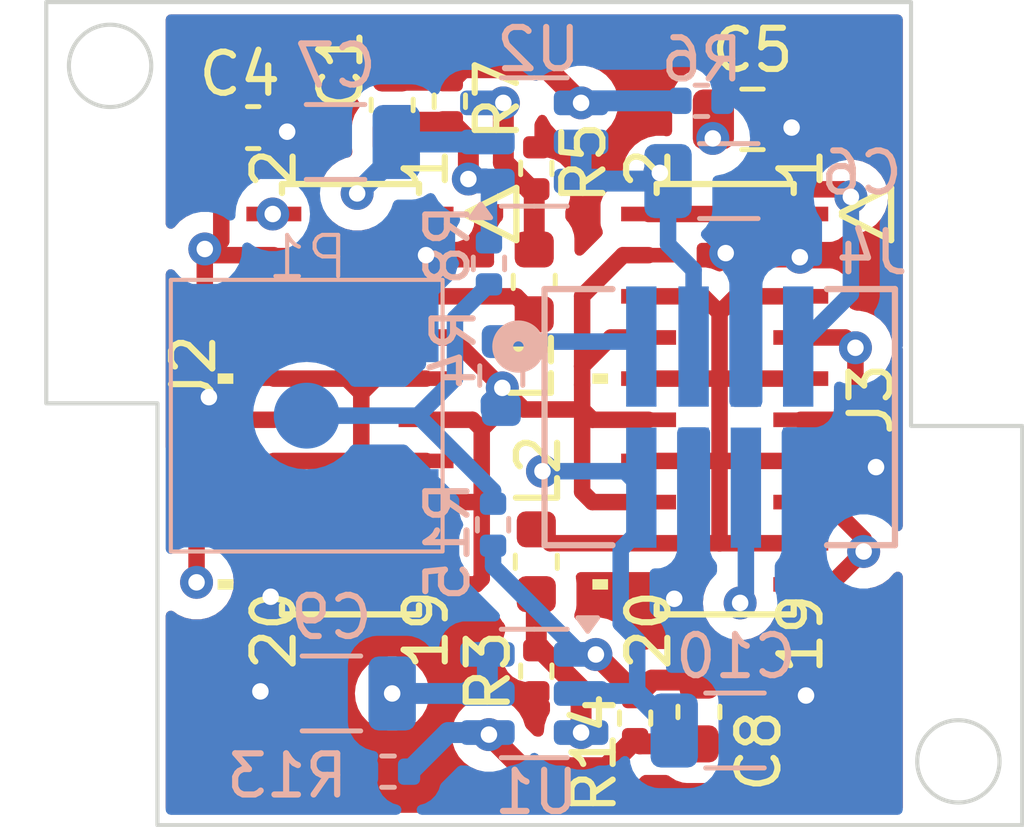
<source format=kicad_pcb>
(kicad_pcb
	(version 20240108)
	(generator "pcbnew")
	(generator_version "8.0")
	(general
		(thickness 1.6)
		(legacy_teardrops no)
	)
	(paper "A4")
	(layers
		(0 "F.Cu" signal)
		(1 "In1.Cu" signal)
		(2 "In2.Cu" signal)
		(31 "B.Cu" signal)
		(32 "B.Adhes" user "B.Adhesive")
		(33 "F.Adhes" user "F.Adhesive")
		(34 "B.Paste" user)
		(35 "F.Paste" user)
		(36 "B.SilkS" user "B.Silkscreen")
		(37 "F.SilkS" user "F.Silkscreen")
		(38 "B.Mask" user)
		(39 "F.Mask" user)
		(40 "Dwgs.User" user "User.Drawings")
		(41 "Cmts.User" user "User.Comments")
		(42 "Eco1.User" user "User.Eco1")
		(43 "Eco2.User" user "User.Eco2")
		(44 "Edge.Cuts" user)
		(45 "Margin" user)
		(46 "B.CrtYd" user "B.Courtyard")
		(47 "F.CrtYd" user "F.Courtyard")
		(48 "B.Fab" user)
		(49 "F.Fab" user)
		(50 "User.1" user)
		(51 "User.2" user)
		(52 "User.3" user)
		(53 "User.4" user)
		(54 "User.5" user)
		(55 "User.6" user)
		(56 "User.7" user)
		(57 "User.8" user)
		(58 "User.9" user)
	)
	(setup
		(stackup
			(layer "F.SilkS"
				(type "Top Silk Screen")
			)
			(layer "F.Paste"
				(type "Top Solder Paste")
			)
			(layer "F.Mask"
				(type "Top Solder Mask")
				(thickness 0.01)
			)
			(layer "F.Cu"
				(type "copper")
				(thickness 0.035)
			)
			(layer "dielectric 1"
				(type "prepreg")
				(thickness 0.1)
				(material "FR4")
				(epsilon_r 4.5)
				(loss_tangent 0.02)
			)
			(layer "In1.Cu"
				(type "copper")
				(thickness 0.035)
			)
			(layer "dielectric 2"
				(type "core")
				(thickness 1.24)
				(material "FR4")
				(epsilon_r 4.5)
				(loss_tangent 0.02)
			)
			(layer "In2.Cu"
				(type "copper")
				(thickness 0.035)
			)
			(layer "dielectric 3"
				(type "prepreg")
				(thickness 0.1)
				(material "FR4")
				(epsilon_r 4.5)
				(loss_tangent 0.02)
			)
			(layer "B.Cu"
				(type "copper")
				(thickness 0.035)
			)
			(layer "B.Mask"
				(type "Bottom Solder Mask")
				(thickness 0.01)
			)
			(layer "B.Paste"
				(type "Bottom Solder Paste")
			)
			(layer "B.SilkS"
				(type "Bottom Silk Screen")
			)
			(copper_finish "None")
			(dielectric_constraints no)
		)
		(pad_to_mask_clearance 0)
		(allow_soldermask_bridges_in_footprints no)
		(pcbplotparams
			(layerselection 0x00010fc_ffffffff)
			(plot_on_all_layers_selection 0x0000000_00000000)
			(disableapertmacros no)
			(usegerberextensions no)
			(usegerberattributes yes)
			(usegerberadvancedattributes yes)
			(creategerberjobfile yes)
			(dashed_line_dash_ratio 12.000000)
			(dashed_line_gap_ratio 3.000000)
			(svgprecision 4)
			(plotframeref no)
			(viasonmask no)
			(mode 1)
			(useauxorigin no)
			(hpglpennumber 1)
			(hpglpenspeed 20)
			(hpglpendiameter 15.000000)
			(pdf_front_fp_property_popups yes)
			(pdf_back_fp_property_popups yes)
			(dxfpolygonmode yes)
			(dxfimperialunits yes)
			(dxfusepcbnewfont yes)
			(psnegative no)
			(psa4output no)
			(plotreference yes)
			(plotvalue yes)
			(plotfptext yes)
			(plotinvisibletext no)
			(sketchpadsonfab no)
			(subtractmaskfromsilk no)
			(outputformat 1)
			(mirror no)
			(drillshape 0)
			(scaleselection 1)
			(outputdirectory "gerbers/")
		)
	)
	(net 0 "")
	(net 1 "GND")
	(net 2 "/-5V")
	(net 3 "/+5V")
	(net 4 "/VBIAS")
	(net 5 "Net-(P1-In)")
	(net 6 "Net-(U2-IN-)")
	(net 7 "Net-(U2-OUT)")
	(net 8 "Net-(U1-OUT)")
	(net 9 "unconnected-(J2-Pad1)")
	(net 10 "/LED+")
	(net 11 "Net-(U1-IN-)")
	(net 12 "Net-(J2-Pad10)")
	(net 13 "Net-(J3-Pad10)")
	(net 14 "Net-(U2-IN+)")
	(net 15 "Net-(U1-IN+)")
	(net 16 "unconnected-(J3-Pad1)")
	(net 17 "/TH+")
	(net 18 "Net-(J4-Pad1)")
	(footprint "Resistor_SMD:R_0402_1005Metric" (layer "F.Cu") (at 149.25 115.36 90))
	(footprint "Connector_Samtec:CON20_2X10_DVU_MLE_SAI" (layer "F.Cu") (at 144.725 108.75 90))
	(footprint "Capacitor_SMD:C_0603_1608Metric" (layer "F.Cu") (at 145.75 101.6 -90))
	(footprint "Capacitor_SMD:C_0805_2012Metric" (layer "F.Cu") (at 154.5 101.95))
	(footprint "Capacitor_SMD:C_0603_1608Metric" (layer "F.Cu") (at 153.2 116.35 90))
	(footprint "Inductor_SMD:L_0603_1608Metric" (layer "F.Cu") (at 149.25 112.7 -90))
	(footprint "Resistor_SMD:R_0402_1005Metric" (layer "F.Cu") (at 151.65 116.5 90))
	(footprint "Connector_Samtec:CON20_2X10_DVU_MLE_SAI" (layer "F.Cu") (at 153.825 108.75 90))
	(footprint "Inductor_SMD:L_0603_1608Metric" (layer "F.Cu") (at 149.2 105.9 90))
	(footprint "Resistor_SMD:R_0402_1005Metric" (layer "F.Cu") (at 149.25 103.14 -90))
	(footprint "Capacitor_SMD:C_0603_1608Metric" (layer "F.Cu") (at 142.375 102.15))
	(footprint "Resistor_SMD:R_0402_1005Metric" (layer "F.Cu") (at 147.15 101.51 -90))
	(footprint "Package_TO_SOT_SMD:SOT-23-6" (layer "B.Cu") (at 149.2 102.5))
	(footprint "Resistor_SMD:R_0402_1005Metric" (layer "B.Cu") (at 148.2 111.8 90))
	(footprint "Capacitor_SMD:C_1206_3216Metric" (layer "B.Cu") (at 154.075 116.8))
	(footprint "Capacitor_SMD:C_1206_3216Metric" (layer "B.Cu") (at 144.375 102.5 180))
	(footprint "Capacitor_SMD:C_1206_3216Metric" (layer "B.Cu") (at 153.925 103.45))
	(footprint "Connector_Samtec:CONN_TFM-104-02-L-D_SAI" (layer "B.Cu") (at 153.705 109.1855))
	(footprint "Resistor_SMD:R_0603_1608Metric" (layer "B.Cu") (at 148.4 108.175 90))
	(footprint "Resistor_SMD:R_0402_1005Metric" (layer "B.Cu") (at 145.65 117.8 180))
	(footprint "Package_TO_SOT_SMD:SOT-23-6" (layer "B.Cu") (at 149.2 115.9 180))
	(footprint "Resistor_SMD:R_0402_1005Metric" (layer "B.Cu") (at 148.1 105.45 -90))
	(footprint "Connector_Coaxial:MCX_Molex_73415_vertical" (layer "B.Cu") (at 143.675 109.15 90))
	(footprint "Resistor_SMD:R_0402_1005Metric" (layer "B.Cu") (at 153.26 101.5))
	(footprint "Capacitor_SMD:C_1206_3216Metric" (layer "B.Cu") (at 144.275 115.9 180))
	(gr_rect
		(start 140 100)
		(end 158.3 118.3)
		(stroke
			(width 0.2)
			(type default)
		)
		(fill none)
		(layer "Dwgs.User")
		(uuid "f5ff3ce4-17cf-4978-98ed-f2081936129c")
	)
	(gr_poly
		(pts
			(xy 137.35 99.1) (xy 137.35 108.85) (xy 140.05 108.85) (xy 140.05 119.1) (xy 161.05 119.1) (xy 161.05 109.4)
			(xy 158.35 109.4) (xy 158.35 99.1)
		)
		(stroke
			(width 0.1)
			(type solid)
		)
		(fill none)
		(layer "Edge.Cuts")
		(uuid "4aa27ce1-f541-4167-9dec-52acdaefb728")
	)
	(gr_circle
		(center 138.9 100.65)
		(end 139.9 100.65)
		(stroke
			(width 0.1)
			(type default)
		)
		(fill none)
		(layer "Edge.Cuts")
		(uuid "55d90c1b-e309-4b73-8fc6-4d24e8f8b7c1")
	)
	(gr_circle
		(center 159.5 117.55)
		(end 160.5 117.55)
		(stroke
			(width 0.1)
			(type default)
		)
		(fill none)
		(layer "Edge.Cuts")
		(uuid "f940ffe5-5ebf-4850-bdae-a782dc4c5811")
	)
	(segment
		(start 143.2 102.25)
		(end 143.25 102.25)
		(width 0.508)
		(layer "F.Cu")
		(net 1)
		(uuid "012cc6f6-f480-4dad-a722-1c76ccd46335")
	)
	(segment
		(start 143.25 102.25)
		(end 143.15 102.15)
		(width 0.508)
		(layer "F.Cu")
		(net 1)
		(uuid "21030197-e273-4ddb-b4b0-3e3bec94ef68")
	)
	(segment
		(start 143.2 102.2)
		(end 143.2 102.25)
		(width 0.508)
		(layer "F.Cu")
		(net 1)
		(uuid "b7eea3bf-9872-4921-94c7-5f9ef55c6815")
	)
	(segment
		(start 143.15215 102.15215)
		(end 143.2 102.2)
		(width 0.508)
		(layer "F.Cu")
		(net 1)
		(uuid "cc48711d-6f07-46c8-8a24-64c64e5b09ed")
	)
	(via
		(at 153.85 105.2)
		(size 0.8)
		(drill 0.4)
		(layers "F.Cu" "B.Cu")
		(free yes)
		(net 1)
		(uuid "1e938010-f9c8-489d-94cb-b847bf80e57b")
	)
	(via
		(at 143.2 102.25)
		(size 0.8)
		(drill 0.4)
		(layers "F.Cu" "B.Cu")
		(net 1)
		(uuid "3ffd8f82-252f-4936-a264-cc6325806288")
	)
	(via
		(at 146.57285 105.250012)
		(size 0.8)
		(drill 0.4)
		(layers "F.Cu" "B.Cu")
		(net 1)
		(uuid "4e39d540-d1ad-47aa-8b9e-18a95a9b02a3")
	)
	(via
		(at 155.65 105.3)
		(size 0.8)
		(drill 0.4)
		(layers "F.Cu" "B.Cu")
		(free yes)
		(net 1)
		(uuid "65e2b26c-1a50-4c3d-85fa-7f2429a9c523")
	)
	(via
		(at 142.55 115.85)
		(size 0.8)
		(drill 0.4)
		(layers "F.Cu" "B.Cu")
		(net 1)
		(uuid "874251bc-f312-442b-b26b-4c600e4d2ca1")
	)
	(via
		(at 142.8 113.55)
		(size 0.8)
		(drill 0.4)
		(layers "F.Cu" "B.Cu")
		(net 1)
		(uuid "99ee4b23-8f4c-4ee6-9a98-0735bf74fad5")
	)
	(via
		(at 155.8 115.95)
		(size 0.8)
		(drill 0.4)
		(layers "F.Cu" "B.Cu")
		(net 1)
		(uuid "9e1e3354-0455-4915-96e0-f890eaa5115e")
	)
	(via
		(at 155.45 102.15)
		(size 0.8)
		(drill 0.4)
		(layers "F.Cu" "B.Cu")
		(net 1)
		(uuid "a0fabeea-7ce5-49d9-83e4-e5da713b1f56")
	)
	(via
		(at 152.6 113.6)
		(size 0.8)
		(drill 0.4)
		(layers "F.Cu" "B.Cu")
		(net 1)
		(uuid "a4f41582-da14-43d0-836b-533139c0f15b")
	)
	(via
		(at 141.3 108.7)
		(size 0.8)
		(drill 0.4)
		(layers "F.Cu" "B.Cu")
		(free yes)
		(net 1)
		(uuid "c1a5b957-6b36-4787-80a3-1549dfac91ad")
	)
	(via
		(at 157.5 110.4)
		(size 0.8)
		(drill 0.4)
		(layers "F.Cu" "B.Cu")
		(free yes)
		(net 1)
		(uuid "fe87ba21-fe91-4a80-b85c-f95ef3162581")
	)
	(via
		(at 144.9 103.75)
		(size 0.8)
		(drill 0.4)
		(layers "F.Cu" "B.Cu")
		(net 2)
		(uuid "2ff90a6b-caf6-40a3-8bc6-ce646cd395a8")
	)
	(via
		(at 149.4 110.5)
		(size 0.8)
		(drill 0.4)
		(layers "F.Cu" "B.Cu")
		(net 2)
		(uuid "62a5e7bd-231a-4be3-9294-9af3a92c04a2")
	)
	(segment
		(start 145.596 104.446)
		(end 144.9 103.75)
		(width 0.508)
		(layer "In2.Cu")
		(net 2)
		(uuid "3023ac55-2107-4611-9f76-db9fd7cfda43")
	)
	(segment
		(start 145.596 107.403739)
		(end 145.596 104.446)
		(width 0.508)
		(layer "In2.Cu")
		(net 2)
		(uuid "8d25f507-7ade-4489-aeef-7a7884a63ea9")
	)
	(segment
		(start 148.692261 110.5)
		(end 145.596 107.403739)
		(width 0.508)
		(layer "In2.Cu")
		(net 2)
		(uuid "ccaefd37-99dd-4792-afaa-fd10c929b0b6")
	)
	(segment
		(start 149.4 110.5)
		(end 148.692261 110.5)
		(width 0.508)
		(layer "In2.Cu")
		(net 2)
		(uuid "fb7f8c0e-910d-4e77-859f-e3dd8704c745")
	)
	(segment
		(start 151.3 114.2)
		(end 151.7 114.6)
		(width 0.4)
		(layer "B.Cu")
		(net 2)
		(uuid "028d7d8c-becb-4f86-8158-1df3a97ee44d")
	)
	(segment
		(start 149.4 110.5)
		(end 151.4 110.5)
		(width 0.4)
		(layer "B.Cu")
		(net 2)
		(uuid "11c6b314-a027-4e85-8825-f9ffc9355e93")
	)
	(segment
		(start 150.3375 115.9)
		(end 151.7 115.9)
		(width 0.508)
		(layer "B.Cu")
		(net 2)
		(uuid "2c0b47bd-940e-4a83-a6ab-456c53d0aa3a")
	)
	(segment
		(start 151.8 110.9)
		(end 151.8 111.9)
		(width 0.4)
		(layer "B.Cu")
		(net 2)
		(uuid "3aa82889-28be-4cae-9be7-4cc32a1b3661")
	)
	(segment
		(start 151.7 114.6)
		(end 151.7 115.9)
		(width 0.4)
		(layer "B.Cu")
		(net 2)
		(uuid "640dcb85-80b5-4232-80dc-30bdaaeb070b")
	)
	(segment
		(start 151.7 115.9)
		(end 152.6 116.8)
		(width 0.508)
		(layer "B.Cu")
		(net 2)
		(uuid "7b484e96-e479-4466-8412-e0b8af4a5a72")
	)
	(segment
		(start 145.85 102.5)
		(end 148.0625 102.5)
		(width 0.508)
		(layer "B.Cu")
		(net 2)
		(uuid "830b8aa1-747b-4b76-9d8a-08952d8e4f61")
	)
	(segment
		(start 144.9 103.75)
		(end 145.85 102.8)
		(width 0.508)
		(layer "B.Cu")
		(net 2)
		(uuid "88d8de50-823b-4cfc-ad6e-e8b8a7d2e00b")
	)
	(segment
		(start 151.8 111.9)
		(end 151.3 112.4)
		(width 0.4)
		(layer "B.Cu")
		(net 2)
		(uuid "acae5960-87ad-43ce-ac2e-42aad8618f8b")
	)
	(segment
		(start 151.4 110.5)
		(end 151.8 110.9)
		(width 0.4)
		(layer "B.Cu")
		(net 2)
		(uuid "ceb93874-1a4e-4e10-a8df-4dd588af0e4d")
	)
	(segment
		(start 151.3 112.4)
		(end 151.3 114.2)
		(width 0.4)
		(layer "B.Cu")
		(net 2)
		(uuid "e647651b-756f-41b2-87d0-efd40894a1e6")
	)
	(segment
		(start 145.85 102.8)
		(end 145.85 102.5)
		(width 0.508)
		(layer "B.Cu")
		(net 2)
		(uuid "fbcf8539-6196-487f-9996-6bee11cee499")
	)
	(via
		(at 152.25 103.25)
		(size 0.8)
		(drill 0.4)
		(layers "F.Cu" "B.Cu")
		(net 3)
		(uuid "2e328857-a6a3-4725-bd1c-f5cfb33220ec")
	)
	(via
		(at 145.75 115.9)
		(size 0.8)
		(drill 0.4)
		(layers "F.Cu" "B.Cu")
		(net 3)
		(uuid "fce71021-bea7-4db6-ad45-fd7f98cc7429")
	)
	(segment
		(start 152.25 106.281371)
		(end 145.75 112.781371)
		(width 0.4)
		(layer "In1.Cu")
		(net 3)
		(uuid "1f5a3ae4-2032-4072-8a61-56b9aeefe2ec")
	)
	(segment
		(start 152.25 103.25)
		(end 152.25 106.281371)
		(width 0.4)
		(layer "In1.Cu")
		(net 3)
		(uuid "53fdb177-85ff-4c1f-b07a-2679d7a8ef3b")
	)
	(segment
		(start 145.75 112.781371)
		(end 145.75 115.9)
		(width 0.4)
		(layer "In1.Cu")
		(net 3)
		(uuid "bdc71612-b1b3-46fa-829b-ceab55e79182")
	)
	(segment
		(start 152.42 103.48)
		(end 152.45 103.45)
		(width 0.4)
		(layer "B.Cu")
		(net 3)
		(uuid "28821707-1946-4e2c-9dda-f54a423e7e74")
	)
	(segment
		(start 152.45 103.45)
		(end 152.25 103.25)
		(width 0.508)
		(layer "B.Cu")
		(net 3)
		(uuid "2c7a9fb8-13d6-4ae9-9bb3-626a75c9383d")
	)
	(segment
		(start 150.3375 103.45)
		(end 150.3375 102.5)
		(width 0.508)
		(layer "B.Cu")
		(net 3)
		(uuid "5c58e34f-d348-4506-873c-39f8a20684a6")
	)
	(segment
		(start 152.45 104.9905)
		(end 152.45 103.45)
		(width 0.4)
		(layer "B.Cu")
		(net 3)
		(uuid "6e5e2fa7-7b3d-45e5-832e-0024270b2ad6")
	)
	(segment
		(start 153.07 105.6105)
		(end 152.45 104.9905)
		(width 0.4)
		(layer "B.Cu")
		(net 3)
		(uuid "7a6bea62-9117-4b63-a7ba-8f34e1bcad76")
	)
	(segment
		(start 145.75 115.9)
		(end 148.0625 115.9)
		(width 0.508)
		(layer "B.Cu")
		(net 3)
		(uuid "b5b74bb1-33c7-46a1-8305-7c680bbd2c0e")
	)
	(segment
		(start 152.25 103.25)
		(end 152.05 103.45)
		(width 0.508)
		(layer "B.Cu")
		(net 3)
		(uuid "c379c0b5-6cd7-4d44-aa7e-84dea5f36dfb")
	)
	(segment
		(start 153.07 107.471)
		(end 153.07 105.6105)
		(width 0.4)
		(layer "B.Cu")
		(net 3)
		(uuid "c55b7f8d-dda8-48f2-b78e-d0cda6131b95")
	)
	(segment
		(start 152.05 103.45)
		(end 150.3375 103.45)
		(width 0.508)
		(layer "B.Cu")
		(net 3)
		(uuid "e8495533-af7c-499b-97d1-f6b8ebd99abc")
	)
	(segment
		(start 148.0625 115.9)
		(end 148.0625 114.95)
		(width 0.508)
		(layer "B.Cu")
		(net 3)
		(uuid "fe8e036d-3f64-4d4d-bbd0-58560067138c")
	)
	(segment
		(start 148.425 108.738203)
		(end 148.4 108.763203)
		(width 0.4)
		(layer "F.Cu")
		(net 4)
		(uuid "0372d74f-3f36-4bde-850f-fcf6ab008411")
	)
	(segment
		(start 156.299995 111.249995)
		(end 155.67285 111.249995)
		(width 0.4)
		(layer "F.Cu")
		(net 4)
		(uuid "0a0f5bd0-f78c-444e-8bfd-89e5f1389fbe")
	)
	(segment
		(start 148.425 108.475)
		(end 148.425 108.975)
		(width 0.4)
		(layer "F.Cu")
		(net 4)
		(uuid "0e897131-c5ed-4869-a3ae-cce8904fd017")
	)
	(segment
		(start 147.699999 109.249999)
		(end 147.925 109.475)
		(width 0.4)
		(layer "F.Cu")
		(net 4)
		(uuid "0ea51ee7-2a7c-4885-b8c1-26cf5d5148bd")
	)
	(segment
		(start 150.363201 110.999996)
		(end 150.363201 109)
		(width 0.4)
		(layer "F.Cu")
		(net 4)
		(uuid "10bd2ed7-c9a0-42d9-8d26-d563d631c86d")
	)
	(segment
		(start 147.925 109.475)
		(end 147.925 111.2)
		(width 0.4)
		(layer "F.Cu")
		(net 4)
		(uuid "1b1ad38c-a7e6-44f4-a60a-2cec12fe05cb")
	)
	(segment
		(start 147.7868 113.249991)
		(end 146.57285 113.249991)
		(width 0.4)
		(layer "F.Cu")
		(net 4)
		(uuid "203f452b-340c-4a89-8d0d-79b4995eb613")
	)
	(segment
		(start 157 109.05)
		(end 157 107.5)
		(width 0.4)
		(layer "F.Cu")
		(net 4)
		(uuid "2929bf2e-d74d-4c97-ae9b-6def167f9644")
	)
	(segment
		(start 150.363201 106.244404)
		(end 150.363201 107.95)
		(width 0.4)
		(layer "F.Cu")
		(net 4)
		(uuid "2d5d0eaf-bb95-4cfa-8a4e-17fa9f7d648e")
	)
	(segment
		(start 150.6132 109.249999)
		(end 150.363201 109)
		(width 0.4)
		(layer "F.Cu")
		(net 4)
		(uuid "2ee33075-2796-4354-94d6-c40abefc8f90")
	)
	(segment
		(start 147.200003 107.250003)
		(end 146.57285 107.250003)
		(width 0.4)
		(layer "F.Cu")
		(net 4)
		(uuid "310cef3d-9a1a-4a63-886e-ada05344db0a")
	)
	(segment
		(start 156.400009 113.249991)
		(end 155.67285 113.249991)
		(width 0.4)
		(layer "F.Cu")
		(net 4)
		(uuid "327a4aef-5198-4bd4-8a8c-14c3cc504fca")
	)
	(segment
		(start 148.425 108.475)
		(end 148.95 109)
		(width 0.4)
		(layer "F.Cu")
		(net 4)
		(uuid "33ce1cbc-2a8f-4e96-8011-d2852f892c29")
	)
	(segment
		(start 146.57285 109.249999)
		(end 147.699999 109.249999)
		(width 0.4)
		(layer "F.Cu")
		(net 4)
		(uuid "370187fc-1f31-4934-aea1-1594f88ee515")
	)
	(segment
		(start 151.97715 111.249995)
		(end 150.6132 111.249995)
		(width 0.4)
		(layer "F.Cu")
		(net 4)
		(uuid "3d2b85ac-af50-4a5e-9e30-1c6f242ddb36")
	)
	(segment
		(start 151.97715 105.250007)
		(end 151.357598 105.250007)
		(width 0.4)
		(layer "F.Cu")
		(net 4)
		(uuid "3d5c5261-d76b-4af2-9ea2-c0555a6c5bcb")
	)
	(segment
		(start 156.800001 109.249999)
		(end 157 109.05)
		(width 0.4)
		(layer "F.Cu")
		(net 4)
		(uuid "403cd118-bfc2-435a-b643-c5eb0e74c1db")
	)
	(segment
		(start 141 113.2)
		(end 141 111.7)
		(width 0.4)
		(layer "F.Cu")
		(net 4)
		(uuid "43f4d247-c33f-4246-af98-f1ce77f8ca95")
	)
	(segment
		(start 141.249993 105.250007)
		(end 142.87715 105.250007)
		(width 0.4)
		(layer "F.Cu")
		(net 4)
		(uuid "4516273b-c69e-40b5-949e-05cb988179d0")
	)
	(segment
		(start 148.425 108.475)
		(end 147.200003 107.250003)
		(width 0.4)
		(layer "F.Cu")
		(net 4)
		(uuid "4781ecca-4652-4e8c-867c-6118ff27bcc5")
	)
	(segment
		(start 151.357598 105.250007)
		(end 150.363201 106.244404)
		(width 0.4)
		(layer "F.Cu")
		(net 4)
		(uuid "55c02f30-b90e-4a66-81f2-4551a30b94d2")
	)
	(segment
		(start 147.925 113.111791)
		(end 147.7868 113.249991)
		(width 0.4)
		(layer "F.Cu")
		(net 4)
		(uuid "56ca2afc-70a0-400c-8e15-6400d6dd393d")
	)
	(segment
		(start 141 111.7)
		(end 141 110.45)
		(width 0.4)
		(layer "F.Cu")
		(net 4)
		(uuid "5c1d7bf5-4d93-4d49-99f8-130041659058")
	)
	(segment
		(start 142.200001 109.249999)
		(end 142.87715 109.249999)
		(width 0.4)
		(layer "F.Cu")
		(net 4)
		(uuid "64eec71d-0e28-422f-badf-a514e2666759")
	)
	(segment
		(start 155.67285 107.250003)
		(end 156.750003 107.250003)
		(width 0.4)
		(layer "F.Cu")
		(net 4)
		(uuid "6aad8302-c9bd-4b8c-8355-1379826553be")
	)
	(segment
		(start 141.2 106.5)
		(end 141.950003 107.250003)
		(width 0.4)
		(layer "F.Cu")
		(net 4)
		(uuid "6b736984-abe4-4eaf-be37-fd791cb351b3")
	)
	(segment
		(start 147.925 111.2)
		(end 147.925 113.111791)
		(width 0.4)
		(layer "F.Cu")
		(net 4)
		(uuid "7bad1907-6b2b-48f7-9c0f-5b2544ec3337")
	)
	(segment
		(start 157.2 112.45)
		(end 156.400009 113.249991)
		(width 0.4)
		(layer "F.Cu")
		(net 4)
		(uuid "7f85a194-3101-4793-9d7d-a5ffbc4c0d83")
	)
	(segment
		(start 151.063198 107.250003)
		(end 150.363201 107.95)
		(width 0.4)
		(layer "F.Cu")
		(net 4)
		(uuid "82347289-f5b2-48b6-aa5a-99513a08671e")
	)
	(segment
		(start 150.363201 108.400002)
		(end 150.363201 109)
		(width 0.4)
		(layer "F.Cu")
		(net 4)
		(uuid "8483aff4-f22f-4aea-b51d-ee5cce128dc0")
	)
	(segment
		(start 141.450005 111.249995)
		(end 141 111.7)
		(width 0.4)
		(layer "F.Cu")
		(net 4)
		(uuid "85b3db84-ab26-4f2e-82d0-fbee4be706b1")
	)
	(segment
		(start 148.425 108.975)
		(end 147.925 109.475)
		(width 0.4)
		(layer "F.Cu")
		(net 4)
		(uuid "90321cda-4fd9-4ce6-b6f8-437e13825168")
	)
	(segment
		(start 155.67285 109.249999)
		(end 156.800001 109.249999)
		(width 0.4)
		(layer "F.Cu")
		(net 4)
		(uuid "943a1680-840d-4a7e-9dd5-63ea9624cdab")
	)
	(segment
		(start 141 110.45)
		(end 142.200001 109.249999)
		(width 0.4)
		(layer "F.Cu")
		(net 4)
		(uuid "9896f89a-211b-49b1-82f3-b49ddc52cd34")
	)
	(segment
		(start 148.425 108.475)
		(end 148.425 108.738203)
		(width 0.4)
		(layer "F.Cu")
		(net 4)
		(uuid "9d3492fe-9646-4e1d-a9ec-6a0b09762bd1")
	)
	(segment
		(start 146.57285 111.249995)
		(end 147.875005 111.249995)
		(width 0.4)
		(layer "F.Cu")
		(net 4)
		(uuid "9d3b1972-6607-49e0-8939-c9746695453e")
	)
	(segment
		(start 141.6 104.9)
		(end 141.249993 105.250007)
		(width 0.4)
		(layer "F.Cu")
		(net 4)
		(uuid "a040f407-6224-47d9-b091-826a7949bae2")
	)
	(segment
		(start 151.97715 107.250003)
		(end 151.063198 107.250003)
		(width 0.4)
		(layer "F.Cu")
		(net 4)
		(uuid "a66a0121-9792-4947-ac53-605325c77f51")
	)
	(segment
		(start 142.87715 111.249995)
		(end 141.450005 111.249995)
		(width 0.4)
		(layer "F.Cu")
		(net 4)
		(uuid "ab8b296d-0f37-4d2b-98a9-dee695fb7c5f")
	)
	(segment
		(start 151.97715 109.249999)
		(end 150.6132 109.249999)
		(width 0.4)
		(layer "F.Cu")
		(net 4)
		(uuid "b520cedf-2ac1-4b3e-a85a-2275a942687d")
	)
	(segment
		(start 157.2 112.15)
		(end 156.299995 111.249995)
		(width 0.4)
		(layer "F.Cu")
		(net 4)
		(uuid "bbf76ca2-fb4b-4310-9b77-86196ae572b3")
	)
	(segment
		(start 141.2 105.1)
		(end 141.2 106.5)
		(width 0.4)
		(layer "F.Cu")
		(net 4)
		(uuid "bc72ff13-c7e6-4ad3-8419-1ffc0b97c78b")
	)
	(segment
		(start 147.875005 111.249995)
		(end 147.925 111.2)
		(width 0.4)
		(layer "F.Cu")
		(net 4)
		(uuid "bdb9acd7-b1fb-4ef8-bc64-6b977b61e530")
	)
	(segment
		(start 156.750003 107.250003)
		(end 157 107.5)
		(width 0.4)
		(layer "F.Cu")
		(net 4)
		(uuid "c1381fd4-6da3-40b9-a05d-16bae7b694a9")
	)
	(segment
		(start 157.2 112.45)
		(end 157.2 112.15)
		(width 0.4)
		(layer "F.Cu")
		(net 4)
		(uuid "d0b8b3ae-85c1-44f7-ae9b-3954325134fa")
	)
	(segment
		(start 150.6132 111.249995)
		(end 150.363201 110.999996)
		(width 0.4)
		(layer "F.Cu")
		(net 4)
		(uuid "d273e3c4-bde6-44f0-ac04-3b82c99acd26")
	)
	(segment
		(start 150.363201 107.95)
		(end 150.363201 108.400002)
		(width 0.4)
		(layer "F.Cu")
		(net 4)
		(uuid "d5226fb1-9c18-4069-b50a-13b53f6a8c04")
	)
	(segment
		(start 141.950003 107.250003)
		(end 142.87715 107.250003)
		(width 0.4)
		(layer "F.Cu")
		(net 4)
		(uuid "dead1c5f-c7f1-4acc-9f18-4631ba71ccdf")
	)
	(segment
		(start 141.6 102.15)
		(end 141.6 104.9)
		(width 0.4)
		(layer "F.Cu")
		(net 4)
		(uuid "e87024b5-624c-4145-bb77-7498c9aa04b7")
	)
	(segment
		(start 148.95 109)
		(end 150.363201 109)
		(width 0.4)
		(layer "F.Cu")
		(net 4)
		(uuid "f4223e25-f892-43b8-91e3-7a9b038a7c01")
	)
	(via
		(at 148.425 108.475)
		(size 0.8)
		(drill 0.4)
		(layers "F.Cu" "B.Cu")
		(net 4)
		(uuid "301b1d73-079b-4aa9-a6dd-922521d41c23")
	)
	(via
		(at 141.2 105.1)
		(size 0.8)
		(drill 0.4)
		(layers "F.Cu" "B.Cu")
		(free yes)
		(net 4)
		(uuid "40f5a149-114f-4f88-8e81-0ba14f1b3ada")
	)
	(via
		(at 141 113.2)
		(size 0.8)
		(drill 0.4)
		(layers "F.Cu" "B.Cu")
		(free yes)
		(net 4)
		(uuid "738567a6-4ab8-4af7-8c31-72cf4fa21a70")
	)
	(via
		(at 157.2 112.45)
		(size 0.8)
		(drill 0.4)
		(layers "F.Cu" "B.Cu")
		(free yes)
		(net 4)
		(uuid "968ce636-674f-43fb-a889-f4b129018f27")
	)
	(via
		(at 153.536568 102.41393)
		(size 0.8)
		(drill 0.4)
		(layers "F.Cu" "B.Cu")
		(net 4)
		(uuid "aace3f57-9efe-4c99-90fe-e3f9b0e3022c")
	)
	(via
		(at 157 107.5)
		(size 0.8)
		(drill 0.4)
		(layers "F.Cu" "B.Cu")
		(net 4)
		(uuid "d08f37cf-064e-44f6-832a-7002b889aed5")
	)
	(segment
		(start 148.1 108.8)
		(end 148.425 108.475)
		(width 0.4)
		(layer "B.Cu")
		(net 4)
		(uuid "07a03695-d51b-43cd-8946-984ae57be6e2")
	)
	(segment
		(start 148.4 108.5)
		(end 148.425 108.475)
		(width 0.4)
		(layer "B.Cu")
		(net 4)
		(uuid "8ca84e37-4741-4cb5-a123-a50b647602f7")
	)
	(segment
		(start 148.1 109.025)
		(end 148.1 108.8)
		(width 0.4)
		(layer "B.Cu")
		(net 4)
		(uuid "96b5ab2c-1605-46fc-b839-495d1c150468")
	)
	(segment
		(start 148.4 109)
		(end 148.4 108.5)
		(width 0.4)
		(layer "B.Cu")
		(net 4)
		(uuid "f4eaf7a2-122b-4272-93f9-9ad5733ff340")
	)
	(segment
		(start 146.375 109.15)
		(end 143.675 109.15)
		(width 0.4)
		(layer "B.Cu")
		(net 5)
		(uuid "0ed5e3a4-83cf-4377-9f56-124f0e64503f")
	)
	(segment
		(start 148.2 110.975)
		(end 146.375 109.15)
		(width 0.4)
		(layer "B.Cu")
		(net 5)
		(uuid "21c1913c-a90f-42a9-956d-00aef751010d")
	)
	(segment
		(start 148.2 111.29)
		(end 148.2 110.975)
		(width 0.4)
		(layer "B.Cu")
		(net 5)
		(uuid "4c6c0b97-a93a-4764-9a35-9e4f29ee5adc")
	)
	(segment
		(start 147.275 108.25)
		(end 146.375 109.15)
		(width 0.4)
		(layer "B.Cu")
		(net 5)
		(uuid "71277e12-3c3c-42a5-93d2-960822b05967")
	)
	(segment
		(start 147.275 106.785)
		(end 147.275 108.25)
		(width 0.4)
		(layer "B.Cu")
		(net 5)
		(uuid "74b44803-125f-44cb-b266-46afee6a5d86")
	)
	(segment
		(start 148.1 105.96)
		(end 147.275 106.785)
		(width 0.4)
		(layer "B.Cu")
		(net 5)
		(uuid "bbb7df1d-2da1-4373-8abd-ff00fdd9d03a")
	)
	(segment
		(start 145.925 101)
		(end 147.15 101)
		(width 0.508)
		(layer "F.Cu")
		(net 6)
		(uuid "0e74ee5b-225c-48f0-a270-bc0c40b4e0d0")
	)
	(segment
		(start 149.4835 100.696)
		(end 150.3375 101.55)
		(width 0.508)
		(layer "F.Cu")
		(net 6)
		(uuid "93c0bd56-ef6e-419f-aac3-c01832eca125")
	)
	(segment
		(start 147.15 101.010001)
		(end 147.464001 100.696)
		(width 0.508)
		(layer "F.Cu")
		(net 6)
		(uuid "9694d63f-dac9-49be-90e7-30a91d5b7aa7")
	)
	(segment
		(start 147.464001 100.696)
		(end 149.4835 100.696)
		(width 0.508)
		(layer "F.Cu")
		(net 6)
		(uuid "acedc347-f338-4a64-988f-44383936368f")
	)
	(via
		(at 150.3375 101.55)
		(size 0.8)
		(drill 0.4)
		(layers "F.Cu" "B.Cu")
		(net 6)
		(uuid "d81d658f-8f38-4ddb-974b-7027e2d6b4b5")
	)
	(segment
		(start 150.2375 101.45)
		(end 150.3375 101.55)
		(width 0.508)
		(layer "B.Cu")
		(net 6)
		(uuid "51cf1304-60a0-44a8-8783-21c8d4a6f76a")
	)
	(segment
		(start 150.3875 101.5)
		(end 150.3375 101.55)
		(width 0.508)
		(layer "B.Cu")
		(net 6)
		(uuid "a2cd44f9-66c0-4e1f-b889-ec8ddb1bfad6")
	)
	(segment
		(start 152.75 101.5)
		(end 150.3875 101.5)
		(width 0.508)
		(layer "B.Cu")
		(net 6)
		(uuid "f5369c8b-f0be-46ae-b7c0-295bb445b784")
	)
	(segment
		(start 147.600287 103.4)
		(end 147.600287 102.470287)
		(width 0.508)
		(layer "F.Cu")
		(net 7)
		(uuid "73a90f48-1dde-4789-be18-118fc5548b10")
	)
	(segment
		(start 146.105 102.02)
		(end 145.75 102.375)
		(width 0.508)
		(layer "F.Cu")
		(net 7)
		(uuid "9167383a-6767-46ba-8bb0-5abeecde83d7")
	)
	(segment
		(start 147.15 102.02)
		(end 146.105 102.02)
		(width 0.508)
		(layer "F.Cu")
		(net 7)
		(uuid "a6c86361-e8dc-45ec-9d6b-1141b16e5284")
	)
	(segment
		(start 147.600287 102.470287)
		(end 147.15 102.02)
		(width 0.508)
		(layer "F.Cu")
		(net 7)
		(uuid "f2693b5c-9791-4642-b92f-251e5266ffc3")
	)
	(via
		(at 147.600287 103.4)
		(size 0.8)
		(drill 0.4)
		(layers "F.Cu" "B.Cu")
		(net 7)
		(uuid "1e11215a-3415-45fa-8ff1-95a4157fea16")
	)
	(segment
		(start 147.600287 103.4)
		(end 148.0125 103.4)
		(width 0.508)
		(layer "B.Cu")
		(net 7)
		(uuid "27c268a6-b778-404d-8b76-9614891f138b")
	)
	(segment
		(start 148.1 104.94)
		(end 148.1 103.4875)
		(width 0.4)
		(layer "B.Cu")
		(net 7)
		(uuid "70a35287-f0a2-44d0-b344-874abacb7c94")
	)
	(segment
		(start 148.1 103.4875)
		(end 148.0625 103.45)
		(width 0.4)
		(layer "B.Cu")
		(net 7)
		(uuid "c4404e0d-95ea-44f6-bdc6-9090296a7da1")
	)
	(segment
		(start 148.0125 103.4)
		(end 148.0625 103.45)
		(width 0.508)
		(layer "B.Cu")
		(net 7)
		(uuid "c9f3b0f7-b0d5-442f-a4c5-43561b758008")
	)
	(segment
		(start 151.65 115.99)
		(end 151.65 115.905546)
		(width 0.508)
		(layer "F.Cu")
		(net 8)
		(uuid "63f0f21b-5352-466c-9164-caefd5917ed2")
	)
	(segment
		(start 151.65 115.905546)
		(end 150.697227 114.952773)
		(width 0.508)
		(layer "F.Cu")
		(net 8)
		(uuid "6464ae10-d188-4cdf-bf94-80274e3f15cb")
	)
	(segment
		(start 152.065 115.575)
		(end 151.65 115.99)
		(width 0.508)
		(layer "F.Cu")
		(net 8)
		(uuid "8856841b-1256-4c49-98b9-1b1fecc1c60e")
	)
	(segment
		(start 153.2 115.575)
		(end 152.065 115.575)
		(width 0.508)
		(layer "F.Cu")
		(net 8)
		(uuid "f711e538-b31a-460c-b83b-fb9954f74087")
	)
	(via
		(at 150.697227 114.952773)
		(size 0.8)
		(drill 0.4)
		(layers "F.Cu" "B.Cu")
		(net 8)
		(uuid "d46e17df-fcc2-4324-b24d-ddec9e8995af")
	)
	(segment
		(start 148.2 112.31)
		(end 148.2 112.8125)
		(width 0.4)
		(layer "B.Cu")
		(net 8)
		(uuid "19400bc7-db6f-4075-9ed4-3281d63e993c")
	)
	(segment
		(start 150.697227 114.952773)
		(end 150.340273 114.952773)
		(width 0.508)
		(layer "B.Cu")
		(net 8)
		(uuid "3ff32a45-7988-49e9-8d95-7c2fc48eaedb")
	)
	(segment
		(start 150.340273 114.952773)
		(end 150.3375 114.95)
		(width 0.508)
		(layer "B.Cu")
		(net 8)
		(uuid "b11f1dec-3e1e-4b38-99ff-a67c41fcc9dc")
	)
	(segment
		(start 148.2 112.8125)
		(end 150.3375 114.95)
		(width 0.4)
		(layer "B.Cu")
		(net 8)
		(uuid "df7c4bbd-0f96-4af9-b273-53526b27f793")
	)
	(segment
		(start 154.25 103.65)
		(end 153.65 104.25)
		(width 0.4)
		(layer "F.Cu")
		(net 10)
		(uuid "44f3cfce-ff4f-4321-8c64-8433c51a2d57")
	)
	(segment
		(start 156.889726 103.832705)
		(end 156.707021 103.65)
		(width 0.4)
		(layer "F.Cu")
		(net 10)
		(uuid "56494a95-d9ac-4cb5-aa1d-20d729f58937")
	)
	(segment
		(start 152.4661 104.250009)
		(end 151.97715 104.250009)
		(width 0.4)
		(layer "F.Cu")
		(net 10)
		(uuid "bf592522-22a0-46fc-88a5-a84acd808520")
	)
	(segment
		(start 152.466109 104.25)
		(end 152.4661 104.250009)
		(width 0.4)
		(layer "F.Cu")
		(net 10)
		(uuid "d8f59abd-39c9-4d12-8e60-ddfd9f3f2d79")
	)
	(segment
		(start 153.65 104.25)
		(end 152.466109 104.25)
		(width 0.4)
		(layer "F.Cu")
		(net 10)
		(uuid "f1d982d2-2e75-446e-aa85-4fcc33be3ad6")
	)
	(segment
		(start 156.707021 103.65)
		(end 154.25 103.65)
		(width 0.4)
		(layer "F.Cu")
		(net 10)
		(uuid "f3146a98-25b5-4c8f-b3ae-723cb72a2391")
	)
	(via
		(at 156.889726 103.832705)
		(size 0.8)
		(drill 0.4)
		(layers "F.Cu" "B.Cu")
		(net 10)
		(uuid "0892a966-6fa1-41f2-8ee7-80fde9a1227e")
	)
	(segment
		(start 156.889726 106.191274)
		(end 155.61 107.471)
		(width 0.4)
		(layer "B.Cu")
		(net 10)
		(uuid "d1565663-85ad-47e8-8836-bc85ada21134")
	)
	(segment
		(start 156.889726 103.832705)
		(end 156.889726 106.191274)
		(width 0.4)
		(layer "B.Cu")
		(net 10)
		(uuid "ea0f5296-9dfd-4515-8938-b561aab1d9a0")
	)
	(segment
		(start 150.956 117.704)
		(end 151.65 117.01)
		(width 0.508)
		(layer "F.Cu")
		(net 11)
		(uuid "0dcccfc2-9b5f-46d0-96fe-bac1ef879350")
	)
	(segment
		(start 153.2 117.125)
		(end 151.765 117.125)
		(width 0.508)
		(layer "F.Cu")
		(net 11)
		(uuid "214711f2-576c-4c98-99a7-a024517bf737")
	)
	(segment
		(start 148.1 116.9)
		(end 148.904 117.704)
		(width 0.508)
		(layer "F.Cu")
		(net 11)
		(uuid "22a15798-ef33-4ed7-80e0-d7dbaceccd4e")
	)
	(segment
		(start 148.904 117.704)
		(end 150.956 117.704)
		(width 0.508)
		(layer "F.Cu")
		(net 11)
		(uuid "669e2a4e-ceb7-452b-a2af-113bd07106a0")
	)
	(segment
		(start 151.765 117.125)
		(end 151.65 117.01)
		(width 0.508)
		(layer "F.Cu")
		(net 11)
		(uuid "c691759a-3a40-4dd3-8c49-7a7b16b3ad02")
	)
	(via
		(at 148.1 116.9)
		(size 0.8)
		(drill 0.4)
		(layers "F.Cu" "B.Cu")
		(net 11)
		(uuid "cb4aa6ee-8e95-4d34-8a61-d2c15f525187")
	)
	(segment
		(start 148.0625 116.8625)
		(end 148.1 116.9)
		(width 0.508)
		(layer "B.Cu")
		(net 11)
		(uuid "0361b048-bf09-4b4b-812b-e793e1ce4e90")
	)
	(segment
		(start 147.11 116.85)
		(end 146.16 117.8)
		(width 0.508)
		(layer "B.Cu")
		(net 11)
		(uuid "819a9e20-e255-4d2e-8c08-e91c3507f127")
	)
	(segment
		(start 148.0625 116.85)
		(end 147.11 116.85)
		(width 0.508)
		(layer "B.Cu")
		(net 11)
		(uuid "cf13ec73-295d-435d-b49f-d8c0b541bab4")
	)
	(segment
		(start 148.0625 116.85)
		(end 148.0625 116.8625)
		(width 0.508)
		(layer "B.Cu")
		(net 11)
		(uuid "d4e984d5-fcbe-4db6-9040-f196ad82b1b2")
	)
	(segment
		(start 148.762505 106.250005)
		(end 145.45 106.250005)
		(width 0.4)
		(layer "F.Cu")
		(net 12)
		(uuid "0037b116-6d9a-42f3-a530-cd75aa82d2cb")
	)
	(segment
		(start 142.87715 110.249997)
		(end 144.650003 110.249997)
		(width 0.4)
		(layer "F.Cu")
		(net 12)
		(uuid "03ba4b17-a9f3-425c-b39f-719887f6d85d")
	)
	(segment
		(start 146.57285 110.249997)
		(end 145.350003 110.249997)
		(width 0.4)
		(layer "F.Cu")
		(net 12)
		(uuid "0dad1835-d9f1-435f-9628-83b7a7054a02")
	)
	(segment
		(start 145 112.2)
		(end 145 110.6)
		(width 0.4)
		(layer "F.Cu")
		(net 12)
		(uuid "19efcc19-b777-47c2-b1e5-743c553b7c70")
	)
	(segment
		(start 145.349999 108.250001)
		(end 145 108.6)
		(width 0.4)
		(layer "F.Cu")
		(net 12)
		(uuid "242f7207-be54-4776-9d97-af74e8830ee1")
	)
	(segment
		(start 146.57285 112.249993)
		(end 146.572843 112.25)
		(width 0.4)
		(layer "F.Cu")
		(net 12)
		(uuid "373a6062-ff24-476f-a527-78436491abe8")
	)
	(segment
		(start 142.87715 106.250005)
		(end 144.55 106.250005)
		(width 0.4)
		(layer "F.Cu")
		(net 12)
		(uuid "42048c7b-90ee-4b4b-87b4-8f8e5f1e9948")
	)
	(segment
		(start 145 106.700005)
		(end 145 108.6)
		(width 0.4)
		(layer "F.Cu")
		(net 12)
		(uuid "49c2416d-4ae3-4c4b-8633-8c21562c5771")
	)
	(segment
		(start 144.55 106.250005)
		(end 145 106.700005)
		(width 0.4)
		(layer "F.Cu")
		(net 12)
		(uuid "5154cc60-7df3-438f-acde-596f83fb87b7")
	)
	(segment
		(start 144.650001 108.250001)
		(end 145 108.6)
		(width 0.4)
		(layer "F.Cu")
		(net 12)
		(uuid "6003bf2f-30be-498d-9352-2d0b9ff61f4e")
	)
	(segment
		(start 146.57285 108.250001)
		(end 145.349999 108.250001)
		(width 0.4)
		(layer "F.Cu")
		(net 12)
		(uuid "61d5382b-f89e-4ee4-8b6a-e90c74ec2a1a")
	)
	(segment
		(start 145.05 112.25)
		(end 145 112.2)
		(width 0.4)
		(layer "F.Cu")
		(net 12)
		(uuid "7a3735d0-989a-41b9-849e-2a03bd51ca82")
	)
	(segment
		(start 149.0125 106.6875)
		(end 149.2 106.6875)
		(width 0.508)
		(layer "F.Cu")
		(net 12)
		(uuid "84e65158-82ae-48e0-a4d1-b4ccf76ffa33")
	)
	(segment
		(start 142.87715 112.249993)
		(end 144.950007 112.249993)
		(width 0.4)
		(layer "F.Cu")
		(net 12)
		(uuid "99c97032-7444-4e8c-abbb-031a5ef25fae")
	)
	(segment
		(start 146.572843 112.25)
		(end 145.05 112.25)
		(width 0.4)
		(layer "F.Cu")
		(net 12)
		(uuid "9cc44ede-2436-4642-a248-8c9c05df797c")
	)
	(segment
		(start 145.45 106.250005)
		(end 145 106.700005)
		(width 0.4)
		(layer "F.Cu")
		(net 12)
		(uuid "9e6533c2-85b2-4d8a-b4e2-8b0d8aa7603f")
	)
	(segment
		(start 142.87715 108.250001)
		(end 144.650001 108.250001)
		(width 0.4)
		(layer "F.Cu")
		(net 12)
		(uuid "a973d628-3448-4282-981b-12a23941dce8")
	)
	(segment
		(start 145 108.6)
		(end 145 110.6)
		(width 0.4)
		(layer "F.Cu")
		(net 12)
		(uuid "acbf2056-d364-4cb1-850b-fc8c09699416")
	)
	(segment
		(start 144.950007 112.249993)
		(end 145 112.2)
		(width 0.4)
		(layer "F.Cu")
		(net 12)
		(uuid "d23013f7-28a8-41f4-9edf-d25e3c03188c")
	)
	(segment
		(start 145.000003 110.599997)
		(end 145 110.6)
		(width 0.4)
		(layer "F.Cu")
		(net 12)
		(uuid "d87d9103-cdea-4e72-a627-2b0b184c967b")
	)
	(segment
		(start 149.2 106.6875)
		(end 148.762505 106.250005)
		(width 0.4)
		(layer "F.Cu")
		(net 12)
		(uuid "de8dabcf-076c-4cce-a03b-c6af0496ce9c")
	)
	(segment
		(start 145.350003 110.249997)
		(end 145.000003 110.599997)
		(width 0.4)
		(layer "F.Cu")
		(net 12)
		(uuid "f328e24b-2aa1-480e-af67-34bb69481f75")
	)
	(segment
		(start 144.650003 110.249997)
		(end 145.000003 110.599997)
		(width 0.4)
		(layer "F.Cu")
		(net 12)
		(uuid "fef0ee7d-ce23-4b9d-a17f-ace9ea67d487")
	)
	(segment
		(start 149.25 111.9125)
		(end 149.587493 112.249993)
		(width 0.4)
		(layer "F.Cu")
		(net 13)
		(uuid "112fc6e3-99a7-4a7a-8a7d-60b891725b12")
	)
	(segment
		(start 153.700003 110.249997)
		(end 153.7 110.25)
		(width 0.4)
		(layer "F.Cu")
		(net 13)
		(uuid "12ddfc15-1127-4350-b838-25179b668dc5")
	)
	(segment
		(start 155.672843 112.25)
		(end 153.7 112.25)
		(width 0.4)
		(layer "F.Cu")
		(net 13)
		(uuid "1dca1dca-074f-44d6-876b-5dc3ed618f58")
	)
	(segment
		(start 149.587493 112.249993)
		(end 153.699993 112.249993)
		(width 0.4)
		(layer "F.Cu")
		(net 13)
		(uuid "2fbf3b0b-909a-425d-90ac-c154c76b3816")
	)
	(segment
		(start 153.699993 112.249993)
		(end 153.699993 110.250007)
		(width 0.4)
		(layer "F.Cu")
		(net 13)
		(uuid "317e2ab0-a46b-42c9-85d5-45f3215b9c68")
	)
	(segment
		(start 153.699997 110.249997)
		(end 153.7 110.25)
		(width 0.4)
		(layer "F.Cu")
		(net 13)
		(uuid "341edd32-5783-4a14-b205-a9ec812b8cc1")
	)
	(segment
		(start 155.67285 110.249997)
		(end 153.700003 110.249997)
		(width 0.4)
		(layer "F.Cu")
		(net 13)
		(uuid "3c39ab13-3a47-4d1e-b26c-cb30d2b26aea")
	)
	(segment
		(start 153.7 108.250001)
		(end 151.97715 108.250001)
		(width 0.4)
		(layer "F.Cu")
		(net 13)
		(uuid "46e81fbf-c138-4a63-b1ef-ed931d8a51ae")
	)
	(segment
		(start 155.67285 108.250001)
		(end 153.7 108.250001)
		(width 0.4)
		(layer "F.Cu")
		(net 13)
		(uuid "80b4038e-0c98-4220-92fa-a2613bcd41ee")
	)
	(segment
		(start 153.7 112.25)
		(end 153.699993 112.249993)
		(width 0.4)
		(layer "F.Cu")
		(net 13)
		(uuid "8827afe9-8d3d-42fa-9348-30b79c13f777")
	)
	(segment
		(start 151.97715 106.250005)
		(end 153.299999 106.250005)
		(width 0.4)
		(layer "F.Cu")
		(net 13)
		(uuid "a654cb2a-34b8-46eb-81c8-47fa1b4f0019")
	)
	(segment
		(start 154.100001 106.250005)
		(end 153.7 106.650006)
		(width 0.4)
		(layer "F.Cu")
		(net 13)
		(uuid "a9bb59a5-c2e8-4658-85e9-48d8df73a461")
	)
	(segment
		(start 155.67285 112.249993)
		(end 155.672843 112.25)
		(width 0.4)
		(layer "F.Cu")
		(net 13)
		(uuid "af18d276-5ac9-4d22-b67d-3320632580c4")
	)
	(segment
		(start 151.97715 110.249997)
		(end 153.699997 110.249997)
		(width 0.4)
		(layer "F.Cu")
		(net 13)
		(uuid "b6c6e1f4-6703-4f0c-9ce3-03fa875c8c4b")
	)
	(segment
		(start 155.67285 106.250005)
		(end 154.100001 106.250005)
		(width 0.4)
		(layer "F.Cu")
		(net 13)
		(uuid "bf46255b-81c5-465c-842d-8eb3099f7eca")
	)
	(segment
		(start 153.7 110.25)
		(end 153.7 108.250001)
		(width 0.4)
		(layer "F.Cu")
		(net 13)
		(uuid "d0ce5fa6-87e7-4411-9ade-441190c0f4ae")
	)
	(segment
		(start 153.699993 110.250007)
		(end 153.7 110.25)
		(width 0.4)
		(layer "F.Cu")
		(net 13)
		(uuid "d46af4fa-800b-4c0d-9743-4d3a06f00ae8")
	)
	(segment
		(start 153.299999 106.250005)
		(end 153.7 106.650006)
		(width 0.4)
		(layer "F.Cu")
		(net 13)
		(uuid "df13f3b7-fbfd-4b8b-8e73-27adf12d9ba6")
	)
	(segment
		(start 153.7 108.250001)
		(end 153.7 106.650006)
		(width 0.4)
		(layer "F.Cu")
		(net 13)
		(uuid "f9b77481-fa92-4e37-92ba-d1e4453ade92")
	)
	(segment
		(start 149.2 105.1125)
		(end 149.2 103.7)
		(width 0.508)
		(layer "F.Cu")
		(net 14)
		(uuid "01f7b6f2-75fd-4f3b-8ec9-7bacaa7e00f0")
	)
	(segment
		(start 149.1 103.65)
		(end 149.25 103.65)
		(width 0.508)
		(layer "F.Cu")
		(net 14)
		(uuid "2cf59be9-c36b-484b-bee6-759acaf3f534")
	)
	(segment
		(start 148.45 101.55)
		(end 148.45 103)
		(width 0.508)
		(layer "F.Cu")
		(net 14)
		(uuid "609b179b-dc06-466d-a55f-2ea622403f3f")
	)
	(segment
		(start 149.2 103.7)
		(end 149.25 103.65)
		(width 0.508)
		(layer "F.Cu")
		(net 14)
		(uuid "704e83ed-bd9b-4eb9-b0ab-9b97770ee93d")
	)
	(segment
		(start 148.45 103)
		(end 149.1 103.65)
		(width 0.508)
		(layer "F.Cu")
		(net 14)
		(uuid "d5d51c3b-868d-4567-980a-2757a0fdc4cd")
	)
	(via
		(at 148.45 101.55)
		(size 0.8)
		(drill 0.4)
		(layers "F.Cu" "B.Cu")
		(net 14)
		(uuid "7cfc8dbe-1d69-48ab-9d37-52a2b7f49d72")
	)
	(segment
		(start 150.3375 115.800786)
		(end 150.3375 116.85)
		(width 0.508)
		(layer "F.Cu")
		(net 15)
		(uuid "08d3d858-e06c-42db-8dd7-5c964c7c5a1e")
	)
	(segment
		(start 149.386714 114.85)
		(end 150.3375 115.800786)
		(width 0.508)
		(layer "F.Cu")
		(net 15)
		(uuid "a36df171-7dec-4f89-a90c-5960869db243")
	)
	(segment
		(start 149.25 113.4875)
		(end 149.25 114.85)
		(width 0.508)
		(layer "F.Cu")
		(net 15)
		(uuid "c0b895f7-1145-48f6-8f16-c4753e62158c")
	)
	(segment
		(start 149.25 114.85)
		(end 149.386714 114.85)
		(width 0.508)
		(layer "F.Cu")
		(net 15)
		(uuid "faff6503-f648-4d53-b900-9964d5fdba7f")
	)
	(via
		(at 150.3375 116.85)
		(size 0.8)
		(drill 0.4)
		(layers "F.Cu" "B.Cu")
		(net 15)
		(uuid "1170ff06-ed20-474c-8916-bf55e41c09e7")
	)
	(segment
		(start 142.850009 104.250009)
		(end 142.85 104.25)
		(width 0.4)
		(layer "F.Cu")
		(net 17)
		(uuid "316ca5fb-61e7-47ef-bffa-6f9c293a2a54")
	)
	(segment
		(start 142.87715 104.250009)
		(end 142.850009 104.250009)
		(width 0.4)
		(layer "F.Cu")
		(net 17)
		(uuid "6c7bca3c-868e-478d-8182-f4f8fae6f0f9")
	)
	(via
		(at 142.85 104.25)
		(size 0.8)
		(drill 0.4)
		(layers "F.Cu" "B.Cu")
		(net 17)
		(uuid "76184be4-1881-4933-b5a9-acd89894840c")
	)
	(via
		(at 154.2 113.7)
		(size 0.8)
		(drill 0.4)
		(layers "F.Cu" "B.Cu")
		(net 17)
		(uuid "ead153e1-c0ba-436e-bbda-31d8db112350")
	)
	(segment
		(start 154.2 113.7)
		(end 152.7 112.2)
		(width 0.4)
		(layer "In2.Cu")
		(net 17)
		(uuid "44ef63f7-129c-4449-8720-ce694b7021b8")
	)
	(segment
		(start 152.7 112.2)
		(end 149.3 112.2)
		(width 0.4)
		(layer "In2.Cu")
		(net 17)
		(uuid "759d3eb0-a360-4c43-9aed-60b632268042")
	)
	(segment
		(start 149.3 112.2)
		(end 142.85 105.75)
		(width 0.4)
		(layer "In2.Cu")
		(net 17)
		(uuid "bf269d75-175b-4baf-afb2-3efb110cf13c")
	)
	(segment
		(start 142.85 105.75)
		(end 142.85 104.25)
		(width 0.4)
		(layer "In2.Cu")
		(net 17)
		(uuid "d39a422e-47a2-4f16-9dca-3a36174d047d")
	)
	(segment
		(start 154.34 113.56)
		(end 154.34 110.9)
		(width 0.4)
		(layer "B.Cu")
		(net 17)
		(uuid "34158adf-1cd3-4765-b35e-0020dfeeeb60")
	)
	(segment
		(start 154.2 113.7)
		(end 154.34 113.56)
		(width 0.4)
		(layer "B.Cu")
		(net 17)
		(uuid "7dd151bc-8f16-4aaa-aa54-05b7dcf1bbe4")
	)
	(segment
		(start 148.4355 107.3855)
		(end 148.4 107.35)
		(width 0.4)
		(layer "B.Cu")
		(net 18)
		(uuid "432df5d5-255c-42dc-823c-f62d70fe7ee4")
	)
	(segment
		(start 148.4 107.35)
		(end 151.679 107.35)
		(width 0.4)
		(layer "B.Cu")
		(net 18)
		(uuid "bd023073-5a41-4c32-977c-510f5cf64c27")
	)
	(segment
		(start 151.679 107.35)
		(end 151.8 107.471)
		(width 0.4)
		(layer "B.Cu")
		(net 18)
		(uuid "e773272d-b5ae-4c28-a8de-712c95a8ee07")
	)
	(zone
		(net 1)
		(net_name "GND")
		(layer "F.Cu")
		(uuid "25363d18-2184-4dff-916b-078678652df6")
		(hatch edge 0.5)
		(priority 1)
		(connect_pads thru_hole_only
			(clearance 0.5)
		)
		(min_thickness 0.25)
		(filled_areas_thickness no)
		(fill yes
			(thermal_gap 0.5)
			(thermal_bridge_width 0.5)
		)
		(polygon
			(pts
				(xy 158.15 99.4) (xy 158.15 118.8) (xy 140.25 118.8) (xy 140.25 99.4)
			)
		)
		(filled_polygon
			(layer "F.Cu")
			(pts
				(xy 142.054559 112.903847) (xy 142.102917 112.921884) (xy 142.162527 112.928293) (xy 142.684335 112.928292)
				(xy 142.708527 112.930675) (xy 142.808154 112.950493) (xy 142.808157 112.950493) (xy 144.881013 112.950493)
				(xy 144.974811 112.950493) (xy 144.974953 112.9505) (xy 144.981006 112.9505) (xy 144.981007 112.9505)
				(xy 145.2816 112.9505) (xy 145.348639 112.970185) (xy 145.394394 113.022989) (xy 145.4056 113.0745)
				(xy 145.4056 113.475661) (xy 145.405601 113.475667) (xy 145.412008 113.535274) (xy 145.462302 113.670119)
				(xy 145.462306 113.670126) (xy 145.548552 113.785335) (xy 145.548555 113.785338) (xy 145.663764 113.871584)
				(xy 145.663771 113.871588) (xy 145.667257 113.872888) (xy 145.798617 113.921882) (xy 145.858227 113.928291)
				(xy 146.380035 113.92829) (xy 146.404227 113.930673) (xy 146.503854 113.950491) (xy 146.503857 113.950491)
				(xy 147.855796 113.950491) (xy 147.967404 113.92829) (xy 147.991128 113.923571) (xy 148.118611 113.870766)
				(xy 148.124002 113.867163) (xy 148.190677 113.846284) (xy 148.258058 113.864766) (xy 148.30475 113.916744)
				(xy 148.3106 113.931257) (xy 148.318897 113.956296) (xy 148.337451 114.012286) (xy 148.337455 114.012295)
				(xy 148.425716 114.155387) (xy 148.425719 114.155391) (xy 148.459181 114.188853) (xy 148.492666 114.250176)
				(xy 148.4955 114.276534) (xy 148.4955 114.395623) (xy 148.47974 114.453234) (xy 148.48023 114.453446)
				(xy 148.478742 114.456883) (xy 148.478235 114.458739) (xy 148.477133 114.460601) (xy 148.477129 114.460611)
				(xy 148.432335 114.614791) (xy 148.432334 114.614797) (xy 148.4295 114.650811) (xy 148.4295 115.049169)
				(xy 148.429501 115.049191) (xy 148.432335 115.085205) (xy 148.477129 115.239388) (xy 148.477131 115.239393)
				(xy 148.558863 115.377595) (xy 148.558869 115.377603) (xy 148.672396 115.49113) (xy 148.6724 115.491133)
				(xy 148.672402 115.491135) (xy 148.810607 115.572869) (xy 148.851268 115.584682) (xy 148.964791 115.617664)
				(xy 148.964794 115.617664) (xy 148.964796 115.617665) (xy 149.000819 115.6205) (xy 149.038825 115.620499)
				(xy 149.105864 115.640182) (xy 149.126508 115.656818) (xy 149.546681 116.076991) (xy 149.580166 116.138314)
				(xy 149.583 116.164672) (xy 149.583 116.322606) (xy 149.566388 116.384605) (xy 149.51032 116.481718)
				(xy 149.510318 116.481722) (xy 149.474713 116.591305) (xy 149.451826 116.661744) (xy 149.441379 116.761144)
				(xy 149.433253 116.838462) (xy 149.406668 116.903076) (xy 149.349371 116.943061) (xy 149.309932 116.9495)
				(xy 149.267886 116.9495) (xy 149.200847 116.929815) (xy 149.180205 116.913181) (xy 149.010048 116.743023)
				(xy 148.979798 116.69366) (xy 148.927181 116.531721) (xy 148.927178 116.531715) (xy 148.898315 116.481722)
				(xy 148.832533 116.367784) (xy 148.705871 116.227112) (xy 148.70587 116.227111) (xy 148.552734 116.115851)
				(xy 148.552729 116.115848) (xy 148.379807 116.038857) (xy 148.379802 116.038855) (xy 148.234001 116.007865)
				(xy 148.194646 115.9995) (xy 148.005354 115.9995) (xy 147.972897 116.006398) (xy 147.820197 116.038855)
				(xy 147.820192 116.038857) (xy 147.64727 116.115848) (xy 147.647265 116.115851) (xy 147.494129 116.227111)
				(xy 147.367466 116.367785) (xy 147.272821 116.531715) (xy 147.272818 116.531722) (xy 147.220202 116.69366)
				(xy 147.214326 116.711744) (xy 147.19454 116.9) (xy 147.214326 117.088256) (xy 147.214327 117.088259)
				(xy 147.272818 117.268277) (xy 147.272821 117.268284) (xy 147.367467 117.432216) (xy 147.494129 117.572888)
				(xy 147.647265 117.684148) (xy 147.64727 117.684151) (xy 147.820191 117.761142) (xy 147.820194 117.761142)
				(xy 147.820197 117.761144) (xy 147.851382 117.767772) (xy 147.878145 117.773461) (xy 147.939627 117.806653)
				(xy 147.940046 117.80707) (xy 148.3136 118.180624) (xy 148.313621 118.180647) (xy 148.423029 118.290055)
				(xy 148.423032 118.290057) (xy 148.423034 118.290059) (xy 148.505605 118.34523) (xy 148.546611 118.37263)
				(xy 148.627043 118.405945) (xy 148.627044 118.405946) (xy 148.650603 118.415704) (xy 148.68392 118.429505)
				(xy 148.683929 118.429506) (xy 148.68393 118.429507) (xy 148.708103 118.434315) (xy 148.70811 118.434316)
				(xy 148.829686 118.458501) (xy 148.829688 118.458501) (xy 148.984426 118.458501) (xy 148.984446 118.4585)
				(xy 150.875554 118.4585) (xy 150.875574 118.458501) (xy 150.881688 118.458501) (xy 151.030314 118.458501)
				(xy 151.151894 118.434315) (xy 151.151894 118.434316) (xy 151.1519 118.434313) (xy 151.17608 118.429505)
				(xy 151.211942 118.414649) (xy 151.232944 118.405951) (xy 151.232947 118.405949) (xy 151.232955 118.405946)
				(xy 151.313389 118.37263) (xy 151.436966 118.290059) (xy 151.811205 117.915818) (xy 151.872528 117.882334)
				(xy 151.898886 117.8795) (xy 152.402126 117.8795) (xy 152.469165 117.899185) (xy 152.489807 117.915819)
				(xy 152.496955 117.922967) (xy 152.496959 117.92297) (xy 152.641294 118.011998) (xy 152.641297 118.011999)
				(xy 152.641303 118.012003) (xy 152.802292 118.065349) (xy 152.901655 118.0755) (xy 153.498344 118.075499)
				(xy 153.498352 118.075498) (xy 153.498355 118.075498) (xy 153.55276 118.06994) (xy 153.597708 118.065349)
				(xy 153.758697 118.012003) (xy 153.903044 117.922968) (xy 154.022968 117.803044) (xy 154.112003 117.658697)
				(xy 154.165349 117.497708) (xy 154.1755 117.398345) (xy 154.175499 116.851656) (xy 154.170273 116.8005)
				(xy 154.165349 116.752292) (xy 154.165348 116.752289) (xy 154.151913 116.711744) (xy 154.112003 116.591303)
				(xy 154.111999 116.591297) (xy 154.111998 116.591294) (xy 154.02297 116.446959) (xy 154.022967 116.446955)
				(xy 154.013693 116.437681) (xy 153.980208 116.376358) (xy 153.985192 116.306666) (xy 154.013693 116.262319)
				(xy 154.022968 116.253044) (xy 154.112003 116.108697) (xy 154.165349 115.947708) (xy 154.1755 115.848345)
				(xy 154.175499 115.301656) (xy 154.165349 115.202292) (xy 154.112003 115.041303) (xy 154.111999 115.041297)
				(xy 154.111998 115.041294) (xy 154.02297 114.896959) (xy 154.022967 114.896955) (xy 153.920256 114.794244)
				(xy 153.886771 114.732921) (xy 153.891755 114.663229) (xy 153.933627 114.607296) (xy 153.999091 114.582879)
				(xy 154.033715 114.585272) (xy 154.105354 114.6005) (xy 154.105355 114.6005) (xy 154.294644 114.6005)
				(xy 154.294646 114.6005) (xy 154.479803 114.561144) (xy 154.65273 114.484151) (xy 154.805871 114.372888)
				(xy 154.932533 114.232216) (xy 155.027179 114.068284) (xy 155.044826 114.013972) (xy 155.084263 113.956296)
				(xy 155.148622 113.929098) (xy 155.162757 113.92829) (xy 155.480036 113.92829) (xy 155.504228 113.930673)
				(xy 155.603855 113.950491) (xy 155.603857 113.950491) (xy 156.469005 113.950491) (xy 156.580613 113.92829)
				(xy 156.604337 113.923571) (xy 156.689588 113.888259) (xy 156.731816 113.870768) (xy 156.731817 113.870767)
				(xy 156.73182 113.870766) (xy 156.846552 113.794105) (xy 157.262975 113.377681) (xy 157.324296 113.344198)
				(xy 157.324362 113.344183) (xy 157.479803 113.311144) (xy 157.479807 113.311142) (xy 157.479808 113.311142)
				(xy 157.538058 113.285206) (xy 157.65273 113.234151) (xy 157.805871 113.122888) (xy 157.932533 112.982216)
				(xy 157.932533 112.982215) (xy 157.93385 112.980753) (xy 157.993337 112.944104) (xy 158.063194 112.945435)
				(xy 158.121242 112.984321) (xy 158.149052 113.048418) (xy 158.15 113.063725) (xy 158.15 118.676)
				(xy 158.130315 118.743039) (xy 158.077511 118.788794) (xy 158.026 118.8) (xy 140.374 118.8) (xy 140.306961 118.780315)
				(xy 140.261206 118.727511) (xy 140.25 118.676) (xy 140.25 115.9) (xy 144.84454 115.9) (xy 144.864326 116.088256)
				(xy 144.864327 116.088259) (xy 144.922818 116.268277) (xy 144.922821 116.268284) (xy 145.017467 116.432216)
				(xy 145.107062 116.531721) (xy 145.144129 116.572888) (xy 145.297265 116.684148) (xy 145.29727 116.684151)
				(xy 145.470192 116.761142) (xy 145.470197 116.761144) (xy 145.655354 116.8005) (xy 145.655355 116.8005)
				(xy 145.844644 116.8005) (xy 145.844646 116.8005) (xy 146.029803 116.761144) (xy 146.20273 116.684151)
				(xy 146.355871 116.572888) (xy 146.482533 116.432216) (xy 146.577179 116.268284) (xy 146.635674 116.088256)
				(xy 146.65546 115.9) (xy 146.635674 115.711744) (xy 146.577179 115.531716) (xy 146.482533 115.367784)
				(xy 146.355871 115.227112) (xy 146.35587 115.227111) (xy 146.202734 115.115851) (xy 146.202729 115.115848)
				(xy 146.029807 115.038857) (xy 146.029802 115.038855) (xy 145.884001 115.007865) (xy 145.844646 114.9995)
				(xy 145.655354 114.9995) (xy 145.622897 115.006398) (xy 145.470197 115.038855) (xy 145.470192 115.038857)
				(xy 145.29727 115.115848) (xy 145.297265 115.115851) (xy 145.144129 115.227111) (xy 145.017466 115.367785)
				(xy 144.922821 115.531715) (xy 144.922818 115.531722) (xy 144.864327 115.71174) (xy 144.864326 115.711744)
				(xy 144.84454 115.9) (xy 140.25 115.9) (xy 140.25 114.011535) (xy 140.269685 113.944496) (xy 140.322489 113.898741)
				(xy 140.391647 113.888797) (xy 140.446882 113.911215) (xy 140.534618 113.974959) (xy 140.54727 113.984151)
				(xy 140.720192 114.061142) (xy 140.720197 114.061144) (xy 140.905354 114.1005) (xy 140.905355 114.1005)
				(xy 141.094644 114.1005) (xy 141.094646 114.1005) (xy 141.279803 114.061144) (xy 141.45273 113.984151)
				(xy 141.605871 113.872888) (xy 141.732533 113.732216) (xy 141.827179 113.568284) (xy 141.885674 113.388256)
				(xy 141.90546 113.2) (xy 141.887906 113.032987) (xy 141.900475 112.964262) (xy 141.948207 112.913238)
				(xy 142.015948 112.89612)
			)
		)
		(filled_polygon
			(layer "F.Cu")
			(pts
				(xy 153.451647 112.970178) (xy 153.497402 113.022982) (xy 153.507346 113.09214) (xy 153.478321 113.155696)
				(xy 153.476759 113.157464) (xy 153.467466 113.167785) (xy 153.372821 113.331715) (xy 153.372818 113.331722)
				(xy 153.32605 113.475661) (xy 153.314326 113.511744) (xy 153.29454 113.7) (xy 153.314326 113.888256)
				(xy 153.314327 113.888259) (xy 153.372818 114.068277) (xy 153.372821 114.068284) (xy 153.467467 114.232216)
				(xy 153.594129 114.372888) (xy 153.640557 114.40662) (xy 153.683221 114.461947) (xy 153.6892 114.53156)
				(xy 153.656595 114.593356) (xy 153.595757 114.627713) (xy 153.555069 114.630294) (xy 153.498348 114.6245)
				(xy 152.901662 114.6245) (xy 152.901644 114.624501) (xy 152.802292 114.63465) (xy 152.802289 114.634651)
				(xy 152.641305 114.687996) (xy 152.641294 114.688001) (xy 152.496959 114.777029) (xy 152.496955 114.777032)
				(xy 152.489807 114.784181) (xy 152.428484 114.817666) (xy 152.402126 114.8205) (xy 152.145446 114.8205)
				(xy 152.145426 114.820499) (xy 152.139312 114.820499) (xy 151.990688 114.820499) (xy 151.990686 114.820499)
				(xy 151.869105 114.844684) (xy 151.84492 114.849495) (xy 151.791395 114.871665) (xy 151.721925 114.879132)
				(xy 151.659447 114.847857) (xy 151.656263 114.844784) (xy 151.607275 114.795796) (xy 151.577025 114.746433)
				(xy 151.524408 114.584494) (xy 151.524405 114.584488) (xy 151.523476 114.582879) (xy 151.42976 114.420557)
				(xy 151.303098 114.279885) (xy 151.298486 114.276534) (xy 151.149961 114.168624) (xy 151.149956 114.168621)
				(xy 150.977034 114.09163) (xy 150.977029 114.091628) (xy 150.831228 114.060638) (xy 150.791873 114.052273)
				(xy 150.602581 114.052273) (xy 150.570124 114.059171) (xy 150.417424 114.091628) (xy 150.344032 114.124305)
				(xy 150.274782 114.133589) (xy 150.211506 114.103961) (xy 150.174293 114.044825) (xy 150.174958 113.974959)
				(xy 150.175871 113.972083) (xy 150.215436 113.852685) (xy 150.2255 113.754174) (xy 150.2255 113.220826)
				(xy 150.215436 113.122315) (xy 150.212512 113.113493) (xy 150.210113 113.043666) (xy 150.245846 112.983625)
				(xy 150.308367 112.952434) (xy 150.33022 112.950493) (xy 153.384608 112.950493)
			)
		)
		(filled_polygon
			(layer "F.Cu")
			(pts
				(xy 158.093039 99.419685) (xy 158.138794 99.472489) (xy 158.15 99.524) (xy 158.15 107.460582) (xy 158.13877 107.498826)
				(xy 158.147977 107.51711) (xy 158.15 107.539417) (xy 158.15 111.836274) (xy 158.130315 111.903313)
				(xy 158.077511 111.949068) (xy 158.008353 111.959012) (xy 157.944797 111.929987) (xy 157.93385 111.919246)
				(xy 157.805876 111.777116) (xy 157.805872 111.777113) (xy 157.805871 111.777112) (xy 157.799409 111.772417)
				(xy 157.769193 111.740991) (xy 157.744114 111.703457) (xy 157.744112 111.703455) (xy 157.74411 111.703452)
				(xy 157.744109 111.703451) (xy 156.82002 110.779363) (xy 156.786535 110.71804) (xy 156.791519 110.648349)
				(xy 156.833691 110.53528) (xy 156.8401 110.47567) (xy 156.840099 110.058009) (xy 156.859783 109.990971)
				(xy 156.912587 109.945216) (xy 156.939899 109.936394) (xy 157.004329 109.923579) (xy 157.06807 109.897176)
				(xy 157.131808 109.870776) (xy 157.131809 109.870775) (xy 157.131812 109.870774) (xy 157.246544 109.794113)
				(xy 157.544114 109.496543) (xy 157.584044 109.436783) (xy 157.620775 109.381811) (xy 157.666811 109.270671)
				(xy 157.67358 109.254329) (xy 157.687421 109.184745) (xy 157.7005 109.118993) (xy 157.7005 108.115391)
				(xy 157.720185 108.048352) (xy 157.732352 108.032417) (xy 157.732533 108.032216) (xy 157.827179 107.868284)
				(xy 157.885674 107.688256) (xy 157.902679 107.526454) (xy 157.912135 107.503471) (xy 157.907023 107.495517)
				(xy 157.902679 107.473543) (xy 157.901317 107.460582) (xy 157.885674 107.311744) (xy 157.827179 107.131716)
				(xy 157.732533 106.967784) (xy 157.605871 106.827112) (xy 157.60587 106.827111) (xy 157.452734 106.715851)
				(xy 157.452729 106.715848) (xy 157.279807 106.638857) (xy 157.279802 106.638855) (xy 157.134001 106.607865)
				(xy 157.094646 106.5995) (xy 157.094645 106.5995) (xy 157.034709 106.5995) (xy 156.987257 106.590061)
				(xy 156.954335 106.576424) (xy 156.954329 106.576422) (xy 156.939904 106.573553) (xy 156.877994 106.541166)
				(xy 156.843422 106.480449) (xy 156.840099 106.451944) (xy 156.840099 106.024333) (xy 156.833691 105.964722)
				(xy 156.783396 105.829874) (xy 156.783395 105.829873) (xy 156.783393 105.829869) (xy 156.697147 105.71466)
				(xy 156.697144 105.714657) (xy 156.581935 105.628411) (xy 156.581928 105.628407) (xy 156.447082 105.578113)
				(xy 156.447083 105.578113) (xy 156.387483 105.571706) (xy 156.387481 105.571705) (xy 156.387473 105.571705)
				(xy 156.387465 105.571705) (xy 155.865662 105.571705) (xy 155.841471 105.569322) (xy 155.741846 105.549505)
				(xy 155.741843 105.549505) (xy 154.168995 105.549505) (xy 154.031007 105.549505) (xy 154.031005 105.549505)
				(xy 153.895678 105.576423) (xy 153.895672 105.576425) (xy 153.768193 105.629228) (xy 153.762816 105.632103)
				(xy 153.762158 105.630872) (xy 153.702201 105.649639) (xy 153.637327 105.631835) (xy 153.637184 105.632103)
				(xy 153.636003 105.631471) (xy 153.634823 105.631148) (xy 153.631983 105.629323) (xy 153.631806 105.629228)
				(xy 153.504327 105.576425) (xy 153.504321 105.576423) (xy 153.368995 105.549505) (xy 153.368993 105.549505)
				(xy 153.368992 105.549505) (xy 153.2684 105.549505) (xy 153.201361 105.52982) (xy 153.155606 105.477016)
				(xy 153.1444 105.425505) (xy 153.144399 105.0745) (xy 153.164083 105.007461) (xy 153.216887 104.961706)
				(xy 153.268399 104.9505) (xy 153.718996 104.9505) (xy 153.830564 104.928307) (xy 153.854328 104.92358)
				(xy 153.918069 104.897177) (xy 153.981807 104.870777) (xy 153.981808 104.870776) (xy 153.981811 104.870775)
				(xy 154.096543 104.794114) (xy 154.333022 104.557634) (xy 154.394342 104.524151) (xy 154.464034 104.529135)
				(xy 154.519968 104.571006) (xy 154.536883 104.601984) (xy 154.562302 104.670137) (xy 154.562306 104.670144)
				(xy 154.648552 104.785353) (xy 154.648555 104.785356) (xy 154.763764 104.871602) (xy 154.763771 104.871606)
				(xy 154.898617 104.9219) (xy 154.898616 104.9219) (xy 154.905544 104.922644) (xy 154.958227 104.928309)
				(xy 156.387472 104.928308) (xy 156.447083 104.9219) (xy 156.581931 104.871605) (xy 156.697146 104.785355)
				(xy 156.698991 104.78289) (xy 156.701452 104.781048) (xy 156.703413 104.779087) (xy 156.703695 104.779369)
				(xy 156.754925 104.741022) (xy 156.798255 104.733205) (xy 156.98437 104.733205) (xy 156.984372 104.733205)
				(xy 157.169529 104.693849) (xy 157.342456 104.616856) (xy 157.495597 104.505593) (xy 157.622259 104.364921)
				(xy 157.716905 104.200989) (xy 157.7754 104.020961) (xy 157.795186 103.832705) (xy 157.7754 103.644449)
				(xy 157.716905 103.464421) (xy 157.622259 103.300489) (xy 157.495597 103.159817) (xy 157.495596 103.159816)
				(xy 157.34246 103.048556) (xy 157.342455 103.048553) (xy 157.169533 102.971562) (xy 157.169528 102.97156)
				(xy 156.996745 102.934835) (xy 156.984372 102.932205) (xy 156.79508 102.932205) (xy 156.726463 102.94679)
				(xy 156.700682 102.9495) (xy 154.580441 102.9495) (xy 154.513402 102.929815) (xy 154.467647 102.877011)
				(xy 154.457703 102.807853) (xy 154.474901 102.760405) (xy 154.484814 102.744334) (xy 154.539999 102.577797)
				(xy 154.5505 102.475009) (xy 154.550499 101.424992) (xy 154.539999 101.322203) (xy 154.484814 101.155666)
				(xy 154.392712 101.006344) (xy 154.268656 100.882288) (xy 154.119334 100.790186) (xy 153.952797 100.735001)
				(xy 153.952795 100.735) (xy 153.85001 100.7245) (xy 153.249998 100.7245) (xy 153.24998 100.724501)
				(xy 153.147203 100.735) (xy 153.1472 100.735001) (xy 152.980668 100.790185) (xy 152.980663 100.790187)
				(xy 152.831342 100.882289) (xy 152.707289 101.006342) (xy 152.615187 101.155663) (xy 152.615185 101.155668)
				(xy 152.601254 101.19771) (xy 152.560001 101.322203) (xy 152.560001 101.322204) (xy 152.56 101.322204)
				(xy 152.5495 101.424983) (xy 152.5495 102.239916) (xy 152.529815 102.306955) (xy 152.477011 102.35271)
				(xy 152.407853 102.362654) (xy 152.39972 102.361206) (xy 152.344646 102.3495) (xy 152.155354 102.3495)
				(xy 152.122897 102.356398) (xy 151.970197 102.388855) (xy 151.970192 102.388857) (xy 151.79727 102.465848)
				(xy 151.797265 102.465851) (xy 151.644129 102.577111) (xy 151.517466 102.717785) (xy 151.422821 102.881715)
				(xy 151.422818 102.881722) (xy 151.364327 103.06174) (xy 151.364326 103.061744) (xy 151.34454 103.25)
				(xy 151.363957 103.434749) (xy 151.364128 103.436369) (xy 151.351558 103.505099) (xy 151.303826 103.556122)
				(xy 151.254061 103.57262) (xy 151.202916 103.578118) (xy 151.068071 103.628411) (xy 151.068064 103.628415)
				(xy 150.952855 103.714661) (xy 150.952852 103.714664) (xy 150.866606 103.829873) (xy 150.866602 103.82988)
				(xy 150.81631 103.964722) (xy 150.816309 103.964726) (xy 150.8099 104.024336) (xy 150.8099 104.024343)
				(xy 150.8099 104.024344) (xy 150.8099 104.475679) (xy 150.809901 104.475685) (xy 150.816308 104.535292)
				(xy 150.860543 104.65389) (xy 150.865527 104.723582) (xy 150.832042 104.784904) (xy 150.387181 105.229766)
				(xy 150.325858 105.263251) (xy 150.256167 105.258267) (xy 150.200233 105.216396) (xy 150.175816 105.150931)
				(xy 150.1755 105.142085) (xy 150.1755 104.845831) (xy 150.175499 104.845818) (xy 150.17387 104.829876)
				(xy 150.165436 104.747315) (xy 150.112549 104.587713) (xy 150.112545 104.587707) (xy 150.112544 104.587704)
				(xy 150.024283 104.444612) (xy 150.02428 104.444608) (xy 149.990819 104.411147) (xy 149.957334 104.349824)
				(xy 149.9545 104.323466) (xy 149.9545 104.18892) (xy 149.971768 104.125799) (xy 150.022869 104.039393)
				(xy 150.067665 103.885204) (xy 150.0705 103.849181) (xy 150.070499 103.45082) (xy 150.067665 103.414796)
				(xy 150.022869 103.260607) (xy 149.941135 103.122402) (xy 149.941133 103.1224) (xy 149.94113 103.122396)
				(xy 149.827603 103.008869) (xy 149.827595 103.008863) (xy 149.689393 102.927131) (xy 149.689388 102.927129)
				(xy 149.535208 102.882335) (xy 149.535202 102.882334) (xy 149.499188 102.8795) (xy 149.499181 102.8795)
				(xy 149.447886 102.8795) (xy 149.380847 102.859815) (xy 149.36021 102.843185) (xy 149.240817 102.723792)
				(xy 149.207334 102.662471) (xy 149.2045 102.636113) (xy 149.2045 102.077392) (xy 149.221113 102.015392)
				(xy 149.277179 101.918284) (xy 149.277181 101.918275) (xy 149.279825 101.912341) (xy 149.282065 101.913338)
				(xy 149.315247 101.864802) (xy 149.379603 101.837598) (xy 149.448451 101.849505) (xy 149.499931 101.896744)
				(xy 149.507159 101.91257) (xy 149.507675 101.912341) (xy 149.510321 101.918284) (xy 149.604967 102.082216)
				(xy 149.731629 102.222888) (xy 149.884765 102.334148) (xy 149.88477 102.334151) (xy 150.057692 102.411142)
				(xy 150.057697 102.411144) (xy 150.242854 102.4505) (xy 150.242855 102.4505) (xy 150.432144 102.4505)
				(xy 150.432146 102.4505) (xy 150.617303 102.411144) (xy 150.79023 102.334151) (xy 150.943371 102.222888)
				(xy 151.070033 102.082216) (xy 151.164679 101.918284) (xy 151.223174 101.738256) (xy 151.24296 101.55)
				(xy 151.223174 101.361744) (xy 151.164679 101.181716) (xy 151.070033 101.017784) (xy 150.943371 100.877112)
				(xy 150.94337 100.877111) (xy 150.790234 100.765851) (xy 150.790229 100.765848) (xy 150.617307 100.688857)
				(xy 150.617302 100.688855) (xy 150.559353 100.676538) (xy 150.497871 100.643345) (xy 150.497453 100.642929)
				(xy 149.964469 100.109943) (xy 149.964468 100.109942) (xy 149.923273 100.082417) (xy 149.840889 100.02737)
				(xy 149.840886 100.027368) (xy 149.840885 100.027368) (xy 149.760455 99.994053) (xy 149.70358 99.970495)
				(xy 149.70357 99.970493) (xy 149.679394 99.965684) (xy 149.557814 99.941499) (xy 149.557812 99.941499)
				(xy 149.409188 99.941499) (xy 149.403074 99.941499) (xy 149.403054 99.9415) (xy 147.389684 99.9415)
				(xy 147.243928 99.970493) (xy 147.24392 99.970495) (xy 147.106609 100.027371) (xy 146.983036 100.109939)
				(xy 146.983035 100.10994) (xy 146.946021 100.146955) (xy 146.883793 100.209182) (xy 146.822473 100.242666)
				(xy 146.796114 100.2455) (xy 146.702957 100.2455) (xy 146.635918 100.225815) (xy 146.597418 100.186596)
				(xy 146.572968 100.146956) (xy 146.453044 100.027032) (xy 146.45304 100.027029) (xy 146.308705 99.938001)
				(xy 146.308699 99.937998) (xy 146.308697 99.937997) (xy 146.308694 99.937996) (xy 146.147709 99.884651)
				(xy 146.048346 99.8745) (xy 145.451662 99.8745) (xy 145.451644 99.874501) (xy 145.352292 99.88465)
				(xy 145.352289 99.884651) (xy 145.191305 99.937996) (xy 145.191294 99.938001) (xy 145.046959 100.027029)
				(xy 145.046955 100.027032) (xy 144.927032 100.146955) (xy 144.927029 100.146959) (xy 144.838001 100.291294)
				(xy 144.837996 100.291305) (xy 144.784651 100.45229) (xy 144.7745 100.551647) (xy 144.7745 101.098337)
				(xy 144.774501 101.098355) (xy 144.78465 101.197707) (xy 144.784651 101.19771) (xy 144.837996 101.358694)
				(xy 144.838001 101.358705) (xy 144.927029 101.50304) (xy 144.927032 101.503044) (xy 144.936307 101.512319)
				(xy 144.969792 101.573642) (xy 144.964808 101.643334) (xy 144.936307 101.687681) (xy 144.927032 101.696955)
				(xy 144.927029 101.696959) (xy 144.838001 101.841294) (xy 144.837996 101.841305) (xy 144.784651 102.00229)
				(xy 144.7745 102.101647) (xy 144.7745 102.648337) (xy 144.774501 102.648355) (xy 144.783955 102.740897)
				(xy 144.771185 102.80959) (xy 144.723304 102.860474) (xy 144.686379 102.874788) (xy 144.620196 102.888856)
				(xy 144.620192 102.888857) (xy 144.44727 102.965848) (xy 144.447265 102.965851) (xy 144.294129 103.077111)
				(xy 144.167466 103.217785) (xy 144.072821 103.381715) (xy 144.072818 103.381722) (xy 144.014326 103.561742)
				(xy 144.014324 103.56175) (xy 144.014015 103.564695) (xy 144.013361 103.566282) (xy 144.012976 103.568097)
				(xy 144.012643 103.568026) (xy 143.987424 103.629307) (xy 143.930122 103.669285) (xy 143.860303 103.671938)
				(xy 143.816385 103.650986) (xy 143.786231 103.628413) (xy 143.786228 103.628411) (xy 143.651382 103.578117)
				(xy 143.651383 103.578117) (xy 143.591783 103.57171) (xy 143.591781 103.571709) (xy 143.591773 103.571709)
				(xy 143.591765 103.571709) (xy 143.488724 103.571709) (xy 143.421685 103.552024) (xy 143.415839 103.548027)
				(xy 143.302734 103.465851) (xy 143.302729 103.465848) (xy 143.129807 103.388857) (xy 143.129802 103.388855)
				(xy 142.955424 103.351791) (xy 142.944646 103.3495) (xy 142.755354 103.3495) (xy 142.744576 103.351791)
				(xy 142.570197 103.388855) (xy 142.570192 103.388857) (xy 142.474936 103.431269) (xy 142.405686 103.440554)
				(xy 142.342409 103.410926) (xy 142.305196 103.351791) (xy 142.3005 103.31799) (xy 142.3005 103.001874)
				(xy 142.320185 102.934835) (xy 142.336819 102.914193) (xy 142.362156 102.888856) (xy 142.397968 102.853044)
				(xy 142.487003 102.708697) (xy 142.540349 102.547708) (xy 142.5505 102.448345) (xy 142.550499 101.851656)
				(xy 142.549441 101.841303) (xy 142.540349 101.752292) (xy 142.540348 101.752289) (xy 142.533141 101.730539)
				(xy 142.487003 101.591303) (xy 142.486999 101.591297) (xy 142.486998 101.591294) (xy 142.39797 101.446959)
				(xy 142.397967 101.446955) (xy 142.278044 101.327032) (xy 142.27804 101.327029) (xy 142.133705 101.238001)
				(xy 142.133699 101.237998) (xy 142.133697 101.237997) (xy 142.133694 101.237996) (xy 141.972709 101.184651)
				(xy 141.873346 101.1745) (xy 141.326662 101.1745) (xy 141.326644 101.174501) (xy 141.227292 101.18465)
				(xy 141.227289 101.184651) (xy 141.066305 101.237996) (xy 141.066294 101.238001) (xy 140.921959 101.327029)
				(xy 140.921955 101.327032) (xy 140.802032 101.446955) (xy 140.802029 101.446959) (xy 140.713001 101.591294)
				(xy 140.712996 101.591305) (xy 140.659651 101.75229) (xy 140.6495 101.851647) (xy 140.6495 102.448337)
				(xy 140.649501 102.448355) (xy 140.65965 102.547707) (xy 140.659651 102.54771) (xy 140.712996 102.708694)
				(xy 140.713001 102.708705) (xy 140.802029 102.85304) (xy 140.802032 102.853044) (xy 140.863181 102.914193)
				(xy 140.896666 102.975516) (xy 140.8995 103.001874) (xy 140.8995 104.167545) (xy 140.879815 104.234584)
				(xy 140.827011 104.280339) (xy 140.825936 104.280824) (xy 140.74727 104.315848) (xy 140.747265 104.315851)
				(xy 140.594132 104.427109) (xy 140.594129 104.427111) (xy 140.594129 104.427112) (xy 140.469364 104.565677)
				(xy 140.46615 104.569247) (xy 140.406663 104.605895) (xy 140.336806 104.604564) (xy 140.278758 104.565677)
				(xy 140.250948 104.501581) (xy 140.25 104.486274) (xy 140.25 99.524) (xy 140.269685 99.456961) (xy 140.322489 99.411206)
				(xy 140.374 99.4) (xy 158.026 99.4)
			)
		)
		(filled_polygon
			(layer "F.Cu")
			(pts
				(xy 140.455203 105.620012) (xy 140.466152 105.630755) (xy 140.467652 105.632421) (xy 140.49788 105.695413)
				(xy 140.4995 105.715391) (xy 140.4995 106.431006) (xy 140.4995 106.568994) (xy 140.4995 106.568996)
				(xy 140.499499 106.568996) (xy 140.526418 106.704322) (xy 140.526421 106.704332) (xy 140.579222 106.831807)
				(xy 140.655887 106.946545) (xy 140.655888 106.946546) (xy 141.405889 107.696545) (xy 141.455962 107.746618)
				(xy 141.503462 107.794118) (xy 141.618185 107.870774) (xy 141.618192 107.870778) (xy 141.636035 107.878168)
				(xy 141.690438 107.922008) (xy 141.712504 107.988302) (xy 141.711873 108.005973) (xy 141.7099 108.024328)
				(xy 141.7099 108.024335) (xy 141.7099 108.024336) (xy 141.7099 108.475671) (xy 141.709901 108.475677)
				(xy 141.716308 108.535284) (xy 141.744897 108.611932) (xy 141.749881 108.681623) (xy 141.716396 108.742946)
				(xy 140.461681 109.997661) (xy 140.400358 110.031146) (xy 140.330666 110.026162) (xy 140.274733 109.98429)
				(xy 140.250316 109.918826) (xy 140.25 109.90998) (xy 140.25 105.713725) (xy 140.269685 105.646686)
				(xy 140.322489 105.600931) (xy 140.391647 105.590987)
			)
		)
		(filled_polygon
			(layer "F.Cu")
			(pts
				(xy 148.358692 104.011811) (xy 148.416741 104.050697) (xy 148.444551 104.114793) (xy 148.4455 104.130102)
				(xy 148.4455 104.323466) (xy 148.425815 104.390505) (xy 148.409181 104.411147) (xy 148.375719 104.444608)
				(xy 148.375716 104.444612) (xy 148.287455 104.587704) (xy 148.28745 104.587715) (xy 148.277795 104.616853)
				(xy 148.234564 104.747315) (xy 148.234564 104.747316) (xy 148.234563 104.747316) (xy 148.2245 104.845818)
				(xy 148.2245 105.379178) (xy 148.227946 105.412901) (xy 148.215177 105.481594) (xy 148.167297 105.532479)
				(xy 148.104588 105.549505) (xy 145.381004 105.549505) (xy 145.245677 105.576423) (xy 145.245667 105.576426)
				(xy 145.118192 105.629228) (xy 145.06889 105.66217) (xy 145.002212 105.683047) (xy 144.934832 105.664562)
				(xy 144.93111 105.66217) (xy 144.907936 105.646686) (xy 144.881811 105.62923) (xy 144.881808 105.629228)
				(xy 144.881807 105.629228) (xy 144.754332 105.576426) (xy 144.754322 105.576423) (xy 144.618996 105.549505)
				(xy 144.618994 105.549505) (xy 144.618993 105.549505) (xy 144.1684 105.549505) (xy 144.101361 105.52982)
				(xy 144.055606 105.477016) (xy 144.0444 105.425505) (xy 144.044399 105.024336) (xy 144.044398 105.02433)
				(xy 144.037991 104.964723) (xy 143.987697 104.829878) (xy 143.987696 104.829876) (xy 143.983537 104.82432)
				(xy 143.959118 104.758859) (xy 143.973967 104.690586) (xy 143.983532 104.675702) (xy 143.987696 104.67014)
				(xy 144.037991 104.535292) (xy 144.0444 104.475682) (xy 144.044399 104.468574) (xy 144.064077 104.401537)
				(xy 144.116877 104.355777) (xy 144.186034 104.345826) (xy 144.249593 104.374845) (xy 144.260543 104.385587)
				(xy 144.294129 104.422888) (xy 144.294132 104.42289) (xy 144.447265 104.534148) (xy 144.44727 104.534151)
				(xy 144.620192 104.611142) (xy 144.620197 104.611144) (xy 144.805354 104.6505) (xy 144.805355 104.6505)
				(xy 144.994644 104.6505) (xy 144.994646 104.6505) (xy 145.179803 104.611144) (xy 145.282686 104.565336)
				(xy 145.351934 104.556051) (xy 145.415211 104.585679) (xy 145.449303 104.635284) (xy 145.462301 104.670135)
				(xy 145.462306 104.670144) (xy 145.548552 104.785353) (xy 145.548555 104.785356) (xy 145.663764 104.871602)
				(xy 145.663771 104.871606) (xy 145.798617 104.9219) (xy 145.798616 104.9219) (xy 145.805544 104.922644)
				(xy 145.858227 104.928309) (xy 147.287472 104.928308) (xy 147.347083 104.9219) (xy 147.481931 104.871605)
				(xy 147.597146 104.785355) (xy 147.683396 104.67014) (xy 147.733691 104.535292) (xy 147.7401 104.475682)
				(xy 147.740099 104.391311) (xy 147.759783 104.324274) (xy 147.812586 104.278518) (xy 147.838309 104.270024)
				(xy 147.88009 104.261144) (xy 147.880094 104.261142) (xy 147.880095 104.261142) (xy 147.939744 104.234584)
				(xy 148.053017 104.184151) (xy 148.206158 104.072888) (xy 148.22935 104.04713) (xy 148.288835 104.010482)
			)
		)
	)
	(zone
		(net 4)
		(net_name "/VBIAS")
		(layer "In1.Cu")
		(uuid "15fd7c9d-ad1f-4541-a9c2-ecff54e790ce")
		(hatch edge
... [85353 chars truncated]
</source>
